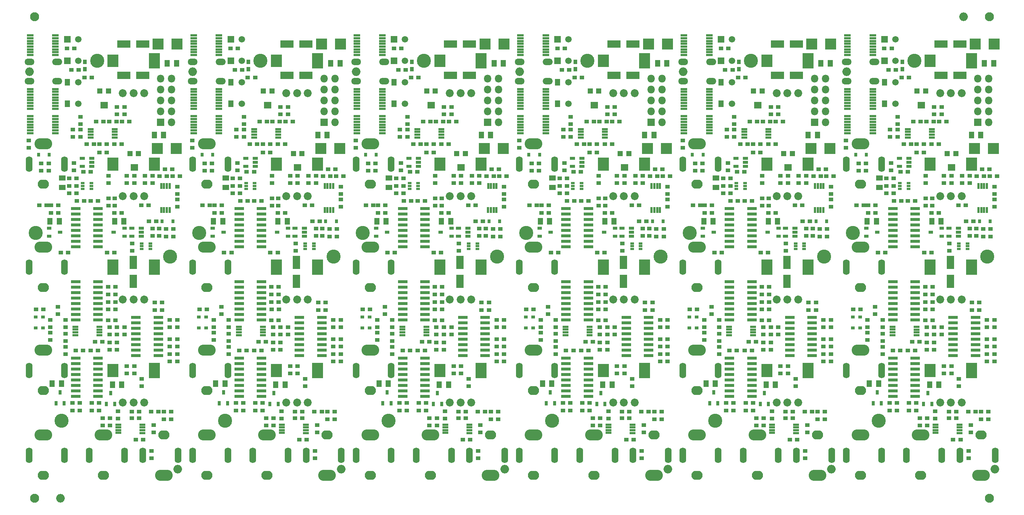
<source format=gbs>
G04 #@! TF.FileFunction,Soldermask,Bot*
%FSLAX46Y46*%
G04 Gerber Fmt 4.6, Leading zero omitted, Abs format (unit mm)*
G04 Created by KiCad (PCBNEW 4.0.2-stable) date 2019-06-26 1:43:45 PM*
%MOMM*%
G01*
G04 APERTURE LIST*
%ADD10C,0.200000*%
%ADD11R,1.000000X0.900000*%
%ADD12R,0.709600X0.862000*%
%ADD13R,0.500000X1.400480*%
%ADD14R,1.497000X1.243000*%
%ADD15R,1.160000X0.750000*%
%ADD16R,0.900000X0.600000*%
%ADD17R,0.801040X1.100760*%
%ADD18R,1.243000X1.497000*%
%ADD19R,2.299640X0.699440*%
%ADD20R,1.400480X0.500000*%
%ADD21R,1.100760X0.801040*%
%ADD22R,1.700200X3.099740*%
%ADD23R,0.862000X0.709600*%
%ADD24O,2.000000X2.000000*%
%ADD25R,2.497760X2.497760*%
%ADD26R,1.800000X1.800000*%
%ADD27O,1.800000X1.800000*%
%ADD28R,3.099740X1.700200*%
%ADD29R,1.700000X1.600000*%
%ADD30R,1.300000X1.300000*%
%ADD31R,0.900000X1.000000*%
%ADD32R,1.600000X0.550000*%
%ADD33R,1.550000X0.550000*%
%ADD34R,2.600000X3.600000*%
%ADD35R,2.600000X2.850000*%
%ADD36C,1.850000*%
%ADD37C,3.275000*%
%ADD38O,4.100000X2.600000*%
%ADD39O,2.600000X2.100000*%
%ADD40O,1.600000X3.600000*%
%ADD41R,2.600000X3.100000*%
%ADD42R,1.300000X1.500000*%
%ADD43C,1.500000*%
%ADD44R,1.500000X1.500000*%
%ADD45O,2.300000X1.500000*%
%ADD46O,2.350000X1.500000*%
%ADD47C,2.100000*%
G04 APERTURE END LIST*
D10*
D11*
X219240000Y-94100000D03*
X217540000Y-94100000D03*
X217540000Y-92350000D03*
X219240000Y-92350000D03*
D12*
X216645400Y-90600000D03*
X219134600Y-90600000D03*
D11*
X220140000Y-84200000D03*
X220140000Y-82500000D03*
D13*
X216434600Y-82406000D03*
X217069600Y-82406000D03*
X217730000Y-82406000D03*
X218365000Y-82406000D03*
X218365000Y-87994000D03*
X217717300Y-87994000D03*
X217069600Y-87994000D03*
X216421900Y-87994000D03*
D11*
X226040000Y-86850000D03*
X227740000Y-86850000D03*
X226540000Y-78850000D03*
X228240000Y-78850000D03*
X226540000Y-77100000D03*
X228240000Y-77100000D03*
X219040000Y-80100000D03*
X220740000Y-80100000D03*
X220140000Y-85500000D03*
X220140000Y-87200000D03*
D12*
X225895400Y-75100000D03*
X228384600Y-75100000D03*
D11*
X212640000Y-81700000D03*
X212640000Y-80000000D03*
X211790000Y-86850000D03*
X213490000Y-86850000D03*
X210140000Y-81700000D03*
X210140000Y-80000000D03*
X214390000Y-81700000D03*
X214390000Y-80000000D03*
X216040000Y-80100000D03*
X217740000Y-80100000D03*
X217250000Y-78450000D03*
X218950000Y-78450000D03*
X204140000Y-81700000D03*
X204140000Y-80000000D03*
X208390000Y-81700000D03*
X208390000Y-80000000D03*
X188040000Y-86850000D03*
X189740000Y-86850000D03*
X188540000Y-78850000D03*
X190240000Y-78850000D03*
D12*
X187895400Y-75100000D03*
X190384600Y-75100000D03*
D11*
X188540000Y-77100000D03*
X190240000Y-77100000D03*
D14*
X193390000Y-80520500D03*
X193390000Y-82679500D03*
D11*
X192490000Y-86850000D03*
X190790000Y-86850000D03*
X204140000Y-86950000D03*
X204140000Y-85250000D03*
X205640000Y-86950000D03*
X205640000Y-85250000D03*
X196790000Y-85850000D03*
X198490000Y-85850000D03*
X201740000Y-85850000D03*
X200040000Y-85850000D03*
X195040000Y-80600000D03*
X196740000Y-80600000D03*
X195040000Y-84100000D03*
X196740000Y-84100000D03*
X195040000Y-82350000D03*
X196740000Y-82350000D03*
X196140000Y-78700000D03*
X196140000Y-77000000D03*
D15*
X200240000Y-75900000D03*
X200240000Y-76850000D03*
X200240000Y-77800000D03*
X198040000Y-77800000D03*
X198040000Y-75900000D03*
D11*
X199990000Y-79100000D03*
X198290000Y-79100000D03*
D16*
X200140000Y-81700000D03*
X198140000Y-82350000D03*
X200140000Y-83000000D03*
X200140000Y-82350000D03*
X198140000Y-83000000D03*
X198140000Y-81700000D03*
D17*
X192890000Y-130330000D03*
X191937500Y-132870000D03*
X193842500Y-132870000D03*
D11*
X197490000Y-134600000D03*
X195790000Y-134600000D03*
D18*
X193219500Y-128350000D03*
X191060500Y-128350000D03*
D11*
X195790000Y-132850000D03*
X197490000Y-132850000D03*
X204040000Y-113600000D03*
X205740000Y-113600000D03*
X204390000Y-116950000D03*
X204390000Y-115250000D03*
X207890000Y-115250000D03*
X207890000Y-116950000D03*
X206140000Y-116950000D03*
X206140000Y-115250000D03*
X218390000Y-123200000D03*
X218390000Y-121500000D03*
X220140000Y-123200000D03*
X220140000Y-121500000D03*
X218390000Y-118000000D03*
X218390000Y-119700000D03*
D19*
X215738420Y-112905000D03*
X215738420Y-114175000D03*
X215738420Y-115445000D03*
X215738420Y-116715000D03*
X215738420Y-117985000D03*
X215738420Y-119255000D03*
X215738420Y-120525000D03*
X215738420Y-121795000D03*
X210541580Y-121795000D03*
X210541580Y-120525000D03*
X210541580Y-119255000D03*
X210541580Y-117985000D03*
X210541580Y-116715000D03*
X210541580Y-115445000D03*
X210541580Y-114175000D03*
X210541580Y-112905000D03*
D11*
X220140000Y-113500000D03*
X220140000Y-115200000D03*
X220140000Y-119700000D03*
X220140000Y-118000000D03*
X218390000Y-115200000D03*
X218390000Y-113500000D03*
X196540000Y-120600000D03*
X198240000Y-120600000D03*
D20*
X196446000Y-117055400D03*
X196446000Y-116420400D03*
X196446000Y-115760000D03*
X196446000Y-115125000D03*
X202034000Y-115125000D03*
X202034000Y-115772700D03*
X202034000Y-116420400D03*
X202034000Y-117068100D03*
D11*
X201740000Y-120600000D03*
X200040000Y-120600000D03*
X201040000Y-118600000D03*
X202740000Y-118600000D03*
X194140000Y-115200000D03*
X194140000Y-113500000D03*
X194140000Y-118450000D03*
X194140000Y-116750000D03*
X190640000Y-118200000D03*
X190640000Y-116500000D03*
X194140000Y-121450000D03*
X194140000Y-119750000D03*
X190640000Y-115200000D03*
X190640000Y-113500000D03*
D19*
X201738420Y-122405000D03*
X201738420Y-123675000D03*
X201738420Y-124945000D03*
X201738420Y-126215000D03*
X201738420Y-127485000D03*
X201738420Y-128755000D03*
X201738420Y-130025000D03*
X201738420Y-131295000D03*
X196541580Y-131295000D03*
X196541580Y-130025000D03*
X196541580Y-128755000D03*
X196541580Y-127485000D03*
X196541580Y-126215000D03*
X196541580Y-124945000D03*
X196541580Y-123675000D03*
X196541580Y-122405000D03*
D17*
X204640000Y-130580000D03*
X203687500Y-133120000D03*
X205592500Y-133120000D03*
D11*
X211890000Y-127250000D03*
X211890000Y-128950000D03*
D18*
X205060500Y-128600000D03*
X207219500Y-128600000D03*
D11*
X200290000Y-134600000D03*
X201990000Y-134600000D03*
X201990000Y-132850000D03*
X200290000Y-132850000D03*
X210140000Y-125950000D03*
X210140000Y-124250000D03*
X207240000Y-88600000D03*
X205540000Y-88600000D03*
D21*
X205370000Y-93100000D03*
X207910000Y-94052500D03*
X207910000Y-92147500D03*
D18*
X205560500Y-90600000D03*
X207719500Y-90600000D03*
D11*
X205490000Y-97850000D03*
X203790000Y-97850000D03*
X215890000Y-93950000D03*
X215890000Y-92250000D03*
X214390000Y-92250000D03*
X214390000Y-93950000D03*
X215240000Y-90600000D03*
X213540000Y-90600000D03*
D15*
X211740000Y-92150000D03*
X211740000Y-93100000D03*
X211740000Y-94050000D03*
X209540000Y-94050000D03*
X209540000Y-92150000D03*
D11*
X209640000Y-95750000D03*
X209640000Y-97450000D03*
D16*
X213890000Y-95700000D03*
X211890000Y-96350000D03*
X213890000Y-97000000D03*
X213890000Y-96350000D03*
X211890000Y-97000000D03*
X211890000Y-95700000D03*
D22*
X209890000Y-104549640D03*
X209890000Y-100150360D03*
D11*
X204050000Y-111050000D03*
X205750000Y-111050000D03*
D19*
X196541580Y-113545000D03*
X196541580Y-112275000D03*
X196541580Y-111005000D03*
X196541580Y-109735000D03*
X196541580Y-108465000D03*
X196541580Y-107195000D03*
X196541580Y-105925000D03*
X196541580Y-104655000D03*
X201738420Y-104655000D03*
X201738420Y-105925000D03*
X201738420Y-107195000D03*
X201738420Y-108465000D03*
X201738420Y-109735000D03*
X201738420Y-111005000D03*
X201738420Y-112275000D03*
X201738420Y-113545000D03*
D11*
X204040000Y-109350000D03*
X205740000Y-109350000D03*
X204040000Y-105850000D03*
X205740000Y-105850000D03*
X204040000Y-107600000D03*
X205740000Y-107600000D03*
D18*
X192719500Y-90600000D03*
X190560500Y-90600000D03*
D11*
X190790000Y-88600000D03*
X192490000Y-88600000D03*
D21*
X192910000Y-93100000D03*
X190370000Y-92147500D03*
X190370000Y-94052500D03*
D19*
X201738420Y-87655000D03*
X201738420Y-88925000D03*
X201738420Y-90195000D03*
X201738420Y-91465000D03*
X201738420Y-92735000D03*
X201738420Y-94005000D03*
X201738420Y-95275000D03*
X201738420Y-96545000D03*
X196541580Y-96545000D03*
X196541580Y-95275000D03*
X196541580Y-94005000D03*
X196541580Y-92735000D03*
X196541580Y-91465000D03*
X196541580Y-90195000D03*
X196541580Y-88925000D03*
X196541580Y-87655000D03*
D11*
X194740000Y-97850000D03*
X193040000Y-97850000D03*
D23*
X188890000Y-112855400D03*
X188890000Y-115344600D03*
D11*
X187290000Y-111100000D03*
X188990000Y-111100000D03*
D23*
X187190000Y-115344600D03*
X187190000Y-112855400D03*
D11*
X192390000Y-112200000D03*
X192390000Y-110500000D03*
X225290000Y-111100000D03*
X226990000Y-111100000D03*
D23*
X226890000Y-112855400D03*
X226890000Y-115344600D03*
D11*
X228640000Y-115200000D03*
X228640000Y-113500000D03*
X228640000Y-118200000D03*
X228640000Y-116500000D03*
D23*
X225190000Y-115344600D03*
X225190000Y-112855400D03*
D11*
X211240000Y-136350000D03*
X209540000Y-136350000D03*
X211240000Y-134850000D03*
X209540000Y-134850000D03*
X214640000Y-139700000D03*
X214640000Y-138000000D03*
D20*
X206446000Y-139805400D03*
X206446000Y-139170400D03*
X206446000Y-138510000D03*
X206446000Y-137875000D03*
X212034000Y-137875000D03*
X212034000Y-138522700D03*
X212034000Y-139170400D03*
X212034000Y-139818100D03*
D11*
X214890000Y-111200000D03*
X214890000Y-109500000D03*
X216640000Y-111200000D03*
X216640000Y-109500000D03*
X206140000Y-120450000D03*
X206140000Y-118750000D03*
X204390000Y-118750000D03*
X204390000Y-120450000D03*
X208390000Y-124250000D03*
X208390000Y-125950000D03*
X204490000Y-138100000D03*
X202790000Y-138100000D03*
X204490000Y-136350000D03*
X202790000Y-136350000D03*
X212240000Y-141350000D03*
X210540000Y-141350000D03*
X206390000Y-134750000D03*
X206390000Y-136450000D03*
X214140000Y-145700000D03*
X214140000Y-144000000D03*
X217040000Y-136600000D03*
X218740000Y-136600000D03*
D24*
X220250000Y-148250000D03*
D11*
X218740000Y-134850000D03*
X217040000Y-134850000D03*
X215740000Y-134850000D03*
X214040000Y-134850000D03*
D18*
X255810500Y-53850000D03*
X257969500Y-53850000D03*
X252820500Y-70550000D03*
X254979500Y-70550000D03*
D25*
X253500360Y-73650000D03*
X257899640Y-73650000D03*
D11*
X254040000Y-80100000D03*
X255740000Y-80100000D03*
X257040000Y-80100000D03*
X258740000Y-80100000D03*
D25*
X258089640Y-49350000D03*
X253690360Y-49350000D03*
D26*
X254300000Y-67550000D03*
D27*
X256840000Y-67550000D03*
X254300000Y-65010000D03*
X256840000Y-65010000D03*
X254300000Y-62470000D03*
X256840000Y-62470000D03*
X254300000Y-59930000D03*
X256840000Y-59930000D03*
X254300000Y-57390000D03*
X256840000Y-57390000D03*
D11*
X245290000Y-67350000D03*
X246990000Y-67350000D03*
D28*
X245690360Y-56600000D03*
X250089640Y-56600000D03*
D11*
X245890000Y-65700000D03*
X245890000Y-64000000D03*
D28*
X250089640Y-49350000D03*
X245690360Y-49350000D03*
D11*
X240990000Y-67350000D03*
X239290000Y-67350000D03*
D29*
X241140000Y-63550000D03*
D30*
X240140000Y-60300000D03*
X242140000Y-60300000D03*
D11*
X244140000Y-65700000D03*
X244140000Y-64000000D03*
X236540000Y-57100000D03*
X238240000Y-57100000D03*
D31*
X236700000Y-55200000D03*
X236700000Y-53500000D03*
D11*
X235240000Y-55350000D03*
X233540000Y-55350000D03*
X234240000Y-50350000D03*
X232540000Y-50350000D03*
D32*
X229840000Y-47325000D03*
X229840000Y-47975000D03*
X229840000Y-48625000D03*
X229840000Y-49275000D03*
X229840000Y-49925000D03*
X229840000Y-50575000D03*
X229840000Y-51225000D03*
X229840000Y-51875000D03*
X223940000Y-51875000D03*
X223940000Y-51225000D03*
X223940000Y-50575000D03*
X223940000Y-49925000D03*
X223940000Y-49275000D03*
X223940000Y-48625000D03*
X223940000Y-47975000D03*
X223940000Y-47325000D03*
D24*
X223750000Y-55750000D03*
D32*
X229840000Y-59825000D03*
X229840000Y-60475000D03*
X229840000Y-61125000D03*
X229840000Y-61775000D03*
X229840000Y-62425000D03*
X229840000Y-63075000D03*
X229840000Y-63725000D03*
X229840000Y-64375000D03*
X223940000Y-64375000D03*
X223940000Y-63725000D03*
X223940000Y-63075000D03*
X223940000Y-62425000D03*
X223940000Y-61775000D03*
X223940000Y-61125000D03*
X223940000Y-60475000D03*
X223940000Y-59825000D03*
D33*
X229840000Y-66150000D03*
X229840000Y-66800000D03*
X229840000Y-67450000D03*
X229840000Y-68100000D03*
X229840000Y-68750000D03*
X229840000Y-69400000D03*
X229840000Y-70050000D03*
X223940000Y-70050000D03*
X223940000Y-69400000D03*
X223940000Y-68750000D03*
X223940000Y-68100000D03*
X223940000Y-67450000D03*
X223940000Y-66800000D03*
X223940000Y-66150000D03*
D11*
X223640000Y-71750000D03*
X223640000Y-73450000D03*
X233890000Y-70950000D03*
X233890000Y-69250000D03*
X235640000Y-69250000D03*
X235640000Y-70950000D03*
D20*
X243584000Y-69144600D03*
X243584000Y-69779600D03*
X243584000Y-70440000D03*
X243584000Y-71075000D03*
X237996000Y-71075000D03*
X237996000Y-70427300D03*
X237996000Y-69779600D03*
X237996000Y-69131900D03*
D11*
X235640000Y-67950000D03*
X235640000Y-66250000D03*
X243990000Y-67350000D03*
X242290000Y-67350000D03*
X245240000Y-72600000D03*
X243540000Y-72600000D03*
X242050000Y-111050000D03*
X243750000Y-111050000D03*
X242040000Y-105850000D03*
X243740000Y-105850000D03*
X242040000Y-113600000D03*
X243740000Y-113600000D03*
X242040000Y-109350000D03*
X243740000Y-109350000D03*
D22*
X247890000Y-104549640D03*
X247890000Y-100150360D03*
D11*
X242040000Y-107600000D03*
X243740000Y-107600000D03*
X245890000Y-115250000D03*
X245890000Y-116950000D03*
X242390000Y-116950000D03*
X242390000Y-115250000D03*
X242390000Y-118750000D03*
X242390000Y-120450000D03*
X244140000Y-116950000D03*
X244140000Y-115250000D03*
X244140000Y-120450000D03*
X244140000Y-118750000D03*
X233790000Y-132850000D03*
X235490000Y-132850000D03*
D18*
X231219500Y-128350000D03*
X229060500Y-128350000D03*
D17*
X230890000Y-130330000D03*
X229937500Y-132870000D03*
X231842500Y-132870000D03*
D11*
X235490000Y-134600000D03*
X233790000Y-134600000D03*
X239990000Y-132850000D03*
X238290000Y-132850000D03*
X238290000Y-134600000D03*
X239990000Y-134600000D03*
D19*
X239738420Y-122405000D03*
X239738420Y-123675000D03*
X239738420Y-124945000D03*
X239738420Y-126215000D03*
X239738420Y-127485000D03*
X239738420Y-128755000D03*
X239738420Y-130025000D03*
X239738420Y-131295000D03*
X234541580Y-131295000D03*
X234541580Y-130025000D03*
X234541580Y-128755000D03*
X234541580Y-127485000D03*
X234541580Y-126215000D03*
X234541580Y-124945000D03*
X234541580Y-123675000D03*
X234541580Y-122405000D03*
D11*
X230390000Y-112200000D03*
X230390000Y-110500000D03*
D19*
X234541580Y-113545000D03*
X234541580Y-112275000D03*
X234541580Y-111005000D03*
X234541580Y-109735000D03*
X234541580Y-108465000D03*
X234541580Y-107195000D03*
X234541580Y-105925000D03*
X234541580Y-104655000D03*
X239738420Y-104655000D03*
X239738420Y-105925000D03*
X239738420Y-107195000D03*
X239738420Y-108465000D03*
X239738420Y-109735000D03*
X239738420Y-111005000D03*
X239738420Y-112275000D03*
X239738420Y-113545000D03*
D11*
X232140000Y-115200000D03*
X232140000Y-113500000D03*
X232140000Y-118450000D03*
X232140000Y-116750000D03*
X239040000Y-118600000D03*
X240740000Y-118600000D03*
X232140000Y-121450000D03*
X232140000Y-119750000D03*
X239740000Y-120600000D03*
X238040000Y-120600000D03*
D20*
X234446000Y-117055400D03*
X234446000Y-116420400D03*
X234446000Y-115760000D03*
X234446000Y-115125000D03*
X240034000Y-115125000D03*
X240034000Y-115772700D03*
X240034000Y-116420400D03*
X240034000Y-117068100D03*
D11*
X234540000Y-120600000D03*
X236240000Y-120600000D03*
X255250000Y-78450000D03*
X256950000Y-78450000D03*
X252390000Y-81700000D03*
X252390000Y-80000000D03*
X258140000Y-85500000D03*
X258140000Y-87200000D03*
X258140000Y-84200000D03*
X258140000Y-82500000D03*
D13*
X254434600Y-82406000D03*
X255069600Y-82406000D03*
X255730000Y-82406000D03*
X256365000Y-82406000D03*
X256365000Y-87994000D03*
X255717300Y-87994000D03*
X255069600Y-87994000D03*
X254421900Y-87994000D03*
D12*
X254645400Y-90600000D03*
X257134600Y-90600000D03*
D11*
X253240000Y-90600000D03*
X251540000Y-90600000D03*
X257240000Y-94100000D03*
X255540000Y-94100000D03*
X253890000Y-93950000D03*
X253890000Y-92250000D03*
X255540000Y-92350000D03*
X257240000Y-92350000D03*
X252390000Y-92250000D03*
X252390000Y-93950000D03*
X237040000Y-72600000D03*
X238740000Y-72600000D03*
X234140000Y-78700000D03*
X234140000Y-77000000D03*
D15*
X238240000Y-75900000D03*
X238240000Y-76850000D03*
X238240000Y-77800000D03*
X236040000Y-77800000D03*
X236040000Y-75900000D03*
D11*
X240040000Y-72600000D03*
X241740000Y-72600000D03*
X237990000Y-79100000D03*
X236290000Y-79100000D03*
X248140000Y-81700000D03*
X248140000Y-80000000D03*
X246390000Y-81700000D03*
X246390000Y-80000000D03*
X250640000Y-81700000D03*
X250640000Y-80000000D03*
X240040000Y-74600000D03*
X241740000Y-74600000D03*
D29*
X248140000Y-78050000D03*
D30*
X247140000Y-74800000D03*
X249140000Y-74800000D03*
D11*
X233040000Y-84100000D03*
X234740000Y-84100000D03*
X233040000Y-82350000D03*
X234740000Y-82350000D03*
D14*
X231390000Y-80520500D03*
X231390000Y-82679500D03*
D11*
X233040000Y-80600000D03*
X234740000Y-80600000D03*
X249790000Y-86850000D03*
X251490000Y-86850000D03*
D21*
X243370000Y-93100000D03*
X245910000Y-94052500D03*
X245910000Y-92147500D03*
D11*
X245240000Y-88600000D03*
X243540000Y-88600000D03*
D16*
X251890000Y-95700000D03*
X249890000Y-96350000D03*
X251890000Y-97000000D03*
X251890000Y-96350000D03*
X249890000Y-97000000D03*
X249890000Y-95700000D03*
D15*
X249740000Y-92150000D03*
X249740000Y-93100000D03*
X249740000Y-94050000D03*
X247540000Y-94050000D03*
X247540000Y-92150000D03*
D11*
X247640000Y-95750000D03*
X247640000Y-97450000D03*
D18*
X243560500Y-90600000D03*
X245719500Y-90600000D03*
D11*
X243490000Y-97850000D03*
X241790000Y-97850000D03*
X242140000Y-81700000D03*
X242140000Y-80000000D03*
X243640000Y-86950000D03*
X243640000Y-85250000D03*
X242140000Y-86950000D03*
X242140000Y-85250000D03*
X239740000Y-85850000D03*
X238040000Y-85850000D03*
D16*
X238140000Y-81700000D03*
X236140000Y-82350000D03*
X238140000Y-83000000D03*
X238140000Y-82350000D03*
X236140000Y-83000000D03*
X236140000Y-81700000D03*
D11*
X234790000Y-85850000D03*
X236490000Y-85850000D03*
D21*
X230910000Y-93100000D03*
X228370000Y-92147500D03*
X228370000Y-94052500D03*
D19*
X239738420Y-87655000D03*
X239738420Y-88925000D03*
X239738420Y-90195000D03*
X239738420Y-91465000D03*
X239738420Y-92735000D03*
X239738420Y-94005000D03*
X239738420Y-95275000D03*
X239738420Y-96545000D03*
X234541580Y-96545000D03*
X234541580Y-95275000D03*
X234541580Y-94005000D03*
X234541580Y-92735000D03*
X234541580Y-91465000D03*
X234541580Y-90195000D03*
X234541580Y-88925000D03*
X234541580Y-87655000D03*
D18*
X230719500Y-90600000D03*
X228560500Y-90600000D03*
D11*
X228790000Y-88600000D03*
X230490000Y-88600000D03*
X230490000Y-86850000D03*
X228790000Y-86850000D03*
X232740000Y-97850000D03*
X231040000Y-97850000D03*
X254640000Y-111200000D03*
X254640000Y-109500000D03*
D19*
X253738420Y-112905000D03*
X253738420Y-114175000D03*
X253738420Y-115445000D03*
X253738420Y-116715000D03*
X253738420Y-117985000D03*
X253738420Y-119255000D03*
X253738420Y-120525000D03*
X253738420Y-121795000D03*
X248541580Y-121795000D03*
X248541580Y-120525000D03*
X248541580Y-119255000D03*
X248541580Y-117985000D03*
X248541580Y-116715000D03*
X248541580Y-115445000D03*
X248541580Y-114175000D03*
X248541580Y-112905000D03*
D11*
X256390000Y-115200000D03*
X256390000Y-113500000D03*
X248140000Y-125950000D03*
X248140000Y-124250000D03*
X246390000Y-124250000D03*
X246390000Y-125950000D03*
X252890000Y-111200000D03*
X252890000Y-109500000D03*
X258140000Y-113500000D03*
X258140000Y-115200000D03*
X244390000Y-134750000D03*
X244390000Y-136450000D03*
X242490000Y-136350000D03*
X240790000Y-136350000D03*
D18*
X243060500Y-128600000D03*
X245219500Y-128600000D03*
D17*
X242640000Y-130580000D03*
X241687500Y-133120000D03*
X243592500Y-133120000D03*
D11*
X258140000Y-123200000D03*
X258140000Y-121500000D03*
X256390000Y-118000000D03*
X256390000Y-119700000D03*
X258140000Y-119700000D03*
X258140000Y-118000000D03*
X256390000Y-123200000D03*
X256390000Y-121500000D03*
X249890000Y-127250000D03*
X249890000Y-128950000D03*
X242490000Y-138100000D03*
X240790000Y-138100000D03*
X252640000Y-139700000D03*
X252640000Y-138000000D03*
D24*
X258250000Y-148250000D03*
D11*
X252140000Y-145700000D03*
X252140000Y-144000000D03*
D20*
X244446000Y-139805400D03*
X244446000Y-139170400D03*
X244446000Y-138510000D03*
X244446000Y-137875000D03*
X250034000Y-137875000D03*
X250034000Y-138522700D03*
X250034000Y-139170400D03*
X250034000Y-139818100D03*
D11*
X250240000Y-141350000D03*
X248540000Y-141350000D03*
X249240000Y-136350000D03*
X247540000Y-136350000D03*
X249240000Y-134850000D03*
X247540000Y-134850000D03*
X253740000Y-134850000D03*
X252040000Y-134850000D03*
X256740000Y-134850000D03*
X255040000Y-134850000D03*
X255040000Y-136600000D03*
X256740000Y-136600000D03*
D25*
X220089640Y-49350000D03*
X215690360Y-49350000D03*
D11*
X207890000Y-65700000D03*
X207890000Y-64000000D03*
D28*
X207690360Y-56600000D03*
X212089640Y-56600000D03*
D11*
X207290000Y-67350000D03*
X208990000Y-67350000D03*
D28*
X212089640Y-49350000D03*
X207690360Y-49350000D03*
D18*
X217810500Y-53850000D03*
X219969500Y-53850000D03*
D25*
X215500360Y-73650000D03*
X219899640Y-73650000D03*
D26*
X216300000Y-67550000D03*
D27*
X218840000Y-67550000D03*
X216300000Y-65010000D03*
X218840000Y-65010000D03*
X216300000Y-62470000D03*
X218840000Y-62470000D03*
X216300000Y-59930000D03*
X218840000Y-59930000D03*
X216300000Y-57390000D03*
X218840000Y-57390000D03*
D18*
X214820500Y-70550000D03*
X216979500Y-70550000D03*
D29*
X210140000Y-78050000D03*
D30*
X209140000Y-74800000D03*
X211140000Y-74800000D03*
D11*
X207240000Y-72600000D03*
X205540000Y-72600000D03*
X202040000Y-74600000D03*
X203740000Y-74600000D03*
X199040000Y-72600000D03*
X200740000Y-72600000D03*
X202040000Y-72600000D03*
X203740000Y-72600000D03*
D31*
X198700000Y-55200000D03*
X198700000Y-53500000D03*
D24*
X185750000Y-55750000D03*
D32*
X191840000Y-47325000D03*
X191840000Y-47975000D03*
X191840000Y-48625000D03*
X191840000Y-49275000D03*
X191840000Y-49925000D03*
X191840000Y-50575000D03*
X191840000Y-51225000D03*
X191840000Y-51875000D03*
X185940000Y-51875000D03*
X185940000Y-51225000D03*
X185940000Y-50575000D03*
X185940000Y-49925000D03*
X185940000Y-49275000D03*
X185940000Y-48625000D03*
X185940000Y-47975000D03*
X185940000Y-47325000D03*
D11*
X196240000Y-50350000D03*
X194540000Y-50350000D03*
X197240000Y-55350000D03*
X195540000Y-55350000D03*
D32*
X191840000Y-59825000D03*
X191840000Y-60475000D03*
X191840000Y-61125000D03*
X191840000Y-61775000D03*
X191840000Y-62425000D03*
X191840000Y-63075000D03*
X191840000Y-63725000D03*
X191840000Y-64375000D03*
X185940000Y-64375000D03*
X185940000Y-63725000D03*
X185940000Y-63075000D03*
X185940000Y-62425000D03*
X185940000Y-61775000D03*
X185940000Y-61125000D03*
X185940000Y-60475000D03*
X185940000Y-59825000D03*
D33*
X191840000Y-66150000D03*
X191840000Y-66800000D03*
X191840000Y-67450000D03*
X191840000Y-68100000D03*
X191840000Y-68750000D03*
X191840000Y-69400000D03*
X191840000Y-70050000D03*
X185940000Y-70050000D03*
X185940000Y-69400000D03*
X185940000Y-68750000D03*
X185940000Y-68100000D03*
X185940000Y-67450000D03*
X185940000Y-66800000D03*
X185940000Y-66150000D03*
D11*
X197640000Y-67950000D03*
X197640000Y-66250000D03*
X195890000Y-70950000D03*
X195890000Y-69250000D03*
X185640000Y-71750000D03*
X185640000Y-73450000D03*
X197640000Y-69250000D03*
X197640000Y-70950000D03*
X198540000Y-57100000D03*
X200240000Y-57100000D03*
X206140000Y-65700000D03*
X206140000Y-64000000D03*
D29*
X203140000Y-63550000D03*
D30*
X202140000Y-60300000D03*
X204140000Y-60300000D03*
D11*
X205990000Y-67350000D03*
X204290000Y-67350000D03*
D20*
X205584000Y-69144600D03*
X205584000Y-69779600D03*
X205584000Y-70440000D03*
X205584000Y-71075000D03*
X199996000Y-71075000D03*
X199996000Y-70427300D03*
X199996000Y-69779600D03*
X199996000Y-69131900D03*
D11*
X202990000Y-67350000D03*
X201290000Y-67350000D03*
D34*
X252800000Y-53250000D03*
D35*
X243200000Y-53250000D03*
D36*
X250500000Y-60750000D03*
X248000000Y-60750000D03*
X245500000Y-60750000D03*
D37*
X256500000Y-98750000D03*
D38*
X255000000Y-149700000D03*
D39*
X255000000Y-140300000D03*
D40*
X250100000Y-145000000D03*
X258300000Y-145000000D03*
D34*
X252800000Y-125250000D03*
D41*
X243200000Y-125250000D03*
D36*
X250500000Y-132750000D03*
X248000000Y-132750000D03*
X245500000Y-132750000D03*
D38*
X241000000Y-140300000D03*
D39*
X241000000Y-149700000D03*
D40*
X245900000Y-145000000D03*
X237700000Y-145000000D03*
D37*
X201500000Y-53250000D03*
D34*
X214800000Y-53250000D03*
D35*
X205200000Y-53250000D03*
D36*
X212500000Y-60750000D03*
X210000000Y-60750000D03*
X207500000Y-60750000D03*
D42*
X194580000Y-58250000D03*
D43*
X197120000Y-58250000D03*
D44*
X194580000Y-48250000D03*
D43*
X197120000Y-48250000D03*
D44*
X194580000Y-53250000D03*
D43*
X197120000Y-53250000D03*
D45*
X185750000Y-53500000D03*
X185750000Y-58000000D03*
D46*
X192250000Y-53500000D03*
X192250000Y-58000000D03*
D38*
X189000000Y-120550000D03*
D39*
X189000000Y-129950000D03*
D40*
X193900000Y-125250000D03*
X185700000Y-125250000D03*
D37*
X193250000Y-137000000D03*
D38*
X189000000Y-140300000D03*
D39*
X189000000Y-149700000D03*
D40*
X193900000Y-145000000D03*
X185700000Y-145000000D03*
D38*
X203000000Y-140300000D03*
D39*
X203000000Y-149700000D03*
D40*
X207900000Y-145000000D03*
X199700000Y-145000000D03*
D38*
X227000000Y-72550000D03*
D39*
X227000000Y-81950000D03*
D40*
X231900000Y-77250000D03*
X223700000Y-77250000D03*
D34*
X252800000Y-101250000D03*
X243200000Y-101250000D03*
D36*
X250500000Y-108750000D03*
X248000000Y-108750000D03*
X245500000Y-108750000D03*
D42*
X232580000Y-63250000D03*
D43*
X235120000Y-63250000D03*
D38*
X227000000Y-96550000D03*
D39*
X227000000Y-105950000D03*
D40*
X231900000Y-101250000D03*
X223700000Y-101250000D03*
D37*
X225250000Y-93250000D03*
D41*
X252800000Y-77250000D03*
X243200000Y-77250000D03*
D36*
X250500000Y-84750000D03*
X248000000Y-84750000D03*
X245500000Y-84750000D03*
D45*
X223750000Y-53500000D03*
X223750000Y-58000000D03*
D46*
X230250000Y-53500000D03*
X230250000Y-58000000D03*
D44*
X232580000Y-48250000D03*
D43*
X235120000Y-48250000D03*
D42*
X232580000Y-58250000D03*
D43*
X235120000Y-58250000D03*
D37*
X239500000Y-53250000D03*
D44*
X232580000Y-53250000D03*
D43*
X235120000Y-53250000D03*
D37*
X231250000Y-137000000D03*
D38*
X227000000Y-140300000D03*
D39*
X227000000Y-149700000D03*
D40*
X231900000Y-145000000D03*
X223700000Y-145000000D03*
D34*
X214800000Y-125250000D03*
D41*
X205200000Y-125250000D03*
D36*
X212500000Y-132750000D03*
X210000000Y-132750000D03*
X207500000Y-132750000D03*
D38*
X217000000Y-149700000D03*
D39*
X217000000Y-140300000D03*
D40*
X212100000Y-145000000D03*
X220300000Y-145000000D03*
D38*
X227000000Y-120550000D03*
D39*
X227000000Y-129950000D03*
D40*
X231900000Y-125250000D03*
X223700000Y-125250000D03*
D41*
X214800000Y-77250000D03*
X205200000Y-77250000D03*
D36*
X212500000Y-84750000D03*
X210000000Y-84750000D03*
X207500000Y-84750000D03*
D38*
X189000000Y-96550000D03*
D39*
X189000000Y-105950000D03*
D40*
X193900000Y-101250000D03*
X185700000Y-101250000D03*
D34*
X214800000Y-101250000D03*
X205200000Y-101250000D03*
D36*
X212500000Y-108750000D03*
X210000000Y-108750000D03*
X207500000Y-108750000D03*
D42*
X194580000Y-63250000D03*
D43*
X197120000Y-63250000D03*
D37*
X187250000Y-93250000D03*
X218500000Y-98750000D03*
D38*
X189000000Y-72550000D03*
D39*
X189000000Y-81950000D03*
D40*
X193900000Y-77250000D03*
X185700000Y-77250000D03*
D11*
X143240000Y-94100000D03*
X141540000Y-94100000D03*
X141540000Y-92350000D03*
X143240000Y-92350000D03*
D12*
X140645400Y-90600000D03*
X143134600Y-90600000D03*
D11*
X144140000Y-84200000D03*
X144140000Y-82500000D03*
D13*
X140434600Y-82406000D03*
X141069600Y-82406000D03*
X141730000Y-82406000D03*
X142365000Y-82406000D03*
X142365000Y-87994000D03*
X141717300Y-87994000D03*
X141069600Y-87994000D03*
X140421900Y-87994000D03*
D11*
X150040000Y-86850000D03*
X151740000Y-86850000D03*
X150540000Y-78850000D03*
X152240000Y-78850000D03*
X150540000Y-77100000D03*
X152240000Y-77100000D03*
X143040000Y-80100000D03*
X144740000Y-80100000D03*
X144140000Y-85500000D03*
X144140000Y-87200000D03*
D12*
X149895400Y-75100000D03*
X152384600Y-75100000D03*
D11*
X136640000Y-81700000D03*
X136640000Y-80000000D03*
X135790000Y-86850000D03*
X137490000Y-86850000D03*
X134140000Y-81700000D03*
X134140000Y-80000000D03*
X138390000Y-81700000D03*
X138390000Y-80000000D03*
X140040000Y-80100000D03*
X141740000Y-80100000D03*
X141250000Y-78450000D03*
X142950000Y-78450000D03*
X128140000Y-81700000D03*
X128140000Y-80000000D03*
X132390000Y-81700000D03*
X132390000Y-80000000D03*
X112040000Y-86850000D03*
X113740000Y-86850000D03*
X112540000Y-78850000D03*
X114240000Y-78850000D03*
D12*
X111895400Y-75100000D03*
X114384600Y-75100000D03*
D11*
X112540000Y-77100000D03*
X114240000Y-77100000D03*
D14*
X117390000Y-80520500D03*
X117390000Y-82679500D03*
D11*
X116490000Y-86850000D03*
X114790000Y-86850000D03*
X128140000Y-86950000D03*
X128140000Y-85250000D03*
X129640000Y-86950000D03*
X129640000Y-85250000D03*
X120790000Y-85850000D03*
X122490000Y-85850000D03*
X125740000Y-85850000D03*
X124040000Y-85850000D03*
X119040000Y-80600000D03*
X120740000Y-80600000D03*
X119040000Y-84100000D03*
X120740000Y-84100000D03*
X119040000Y-82350000D03*
X120740000Y-82350000D03*
X120140000Y-78700000D03*
X120140000Y-77000000D03*
D15*
X124240000Y-75900000D03*
X124240000Y-76850000D03*
X124240000Y-77800000D03*
X122040000Y-77800000D03*
X122040000Y-75900000D03*
D11*
X123990000Y-79100000D03*
X122290000Y-79100000D03*
D16*
X124140000Y-81700000D03*
X122140000Y-82350000D03*
X124140000Y-83000000D03*
X124140000Y-82350000D03*
X122140000Y-83000000D03*
X122140000Y-81700000D03*
D17*
X116890000Y-130330000D03*
X115937500Y-132870000D03*
X117842500Y-132870000D03*
D11*
X121490000Y-134600000D03*
X119790000Y-134600000D03*
D18*
X117219500Y-128350000D03*
X115060500Y-128350000D03*
D11*
X119790000Y-132850000D03*
X121490000Y-132850000D03*
X128040000Y-113600000D03*
X129740000Y-113600000D03*
X128390000Y-116950000D03*
X128390000Y-115250000D03*
X131890000Y-115250000D03*
X131890000Y-116950000D03*
X130140000Y-116950000D03*
X130140000Y-115250000D03*
X142390000Y-123200000D03*
X142390000Y-121500000D03*
X144140000Y-123200000D03*
X144140000Y-121500000D03*
X142390000Y-118000000D03*
X142390000Y-119700000D03*
D19*
X139738420Y-112905000D03*
X139738420Y-114175000D03*
X139738420Y-115445000D03*
X139738420Y-116715000D03*
X139738420Y-117985000D03*
X139738420Y-119255000D03*
X139738420Y-120525000D03*
X139738420Y-121795000D03*
X134541580Y-121795000D03*
X134541580Y-120525000D03*
X134541580Y-119255000D03*
X134541580Y-117985000D03*
X134541580Y-116715000D03*
X134541580Y-115445000D03*
X134541580Y-114175000D03*
X134541580Y-112905000D03*
D11*
X144140000Y-113500000D03*
X144140000Y-115200000D03*
X144140000Y-119700000D03*
X144140000Y-118000000D03*
X142390000Y-115200000D03*
X142390000Y-113500000D03*
X120540000Y-120600000D03*
X122240000Y-120600000D03*
D20*
X120446000Y-117055400D03*
X120446000Y-116420400D03*
X120446000Y-115760000D03*
X120446000Y-115125000D03*
X126034000Y-115125000D03*
X126034000Y-115772700D03*
X126034000Y-116420400D03*
X126034000Y-117068100D03*
D11*
X125740000Y-120600000D03*
X124040000Y-120600000D03*
X125040000Y-118600000D03*
X126740000Y-118600000D03*
X118140000Y-115200000D03*
X118140000Y-113500000D03*
X118140000Y-118450000D03*
X118140000Y-116750000D03*
X114640000Y-118200000D03*
X114640000Y-116500000D03*
X118140000Y-121450000D03*
X118140000Y-119750000D03*
X114640000Y-115200000D03*
X114640000Y-113500000D03*
D19*
X125738420Y-122405000D03*
X125738420Y-123675000D03*
X125738420Y-124945000D03*
X125738420Y-126215000D03*
X125738420Y-127485000D03*
X125738420Y-128755000D03*
X125738420Y-130025000D03*
X125738420Y-131295000D03*
X120541580Y-131295000D03*
X120541580Y-130025000D03*
X120541580Y-128755000D03*
X120541580Y-127485000D03*
X120541580Y-126215000D03*
X120541580Y-124945000D03*
X120541580Y-123675000D03*
X120541580Y-122405000D03*
D17*
X128640000Y-130580000D03*
X127687500Y-133120000D03*
X129592500Y-133120000D03*
D11*
X135890000Y-127250000D03*
X135890000Y-128950000D03*
D18*
X129060500Y-128600000D03*
X131219500Y-128600000D03*
D11*
X124290000Y-134600000D03*
X125990000Y-134600000D03*
X125990000Y-132850000D03*
X124290000Y-132850000D03*
X134140000Y-125950000D03*
X134140000Y-124250000D03*
X131240000Y-88600000D03*
X129540000Y-88600000D03*
D21*
X129370000Y-93100000D03*
X131910000Y-94052500D03*
X131910000Y-92147500D03*
D18*
X129560500Y-90600000D03*
X131719500Y-90600000D03*
D11*
X129490000Y-97850000D03*
X127790000Y-97850000D03*
X139890000Y-93950000D03*
X139890000Y-92250000D03*
X138390000Y-92250000D03*
X138390000Y-93950000D03*
X139240000Y-90600000D03*
X137540000Y-90600000D03*
D15*
X135740000Y-92150000D03*
X135740000Y-93100000D03*
X135740000Y-94050000D03*
X133540000Y-94050000D03*
X133540000Y-92150000D03*
D11*
X133640000Y-95750000D03*
X133640000Y-97450000D03*
D16*
X137890000Y-95700000D03*
X135890000Y-96350000D03*
X137890000Y-97000000D03*
X137890000Y-96350000D03*
X135890000Y-97000000D03*
X135890000Y-95700000D03*
D22*
X133890000Y-104549640D03*
X133890000Y-100150360D03*
D11*
X128050000Y-111050000D03*
X129750000Y-111050000D03*
D19*
X120541580Y-113545000D03*
X120541580Y-112275000D03*
X120541580Y-111005000D03*
X120541580Y-109735000D03*
X120541580Y-108465000D03*
X120541580Y-107195000D03*
X120541580Y-105925000D03*
X120541580Y-104655000D03*
X125738420Y-104655000D03*
X125738420Y-105925000D03*
X125738420Y-107195000D03*
X125738420Y-108465000D03*
X125738420Y-109735000D03*
X125738420Y-111005000D03*
X125738420Y-112275000D03*
X125738420Y-113545000D03*
D11*
X128040000Y-109350000D03*
X129740000Y-109350000D03*
X128040000Y-105850000D03*
X129740000Y-105850000D03*
X128040000Y-107600000D03*
X129740000Y-107600000D03*
D18*
X116719500Y-90600000D03*
X114560500Y-90600000D03*
D11*
X114790000Y-88600000D03*
X116490000Y-88600000D03*
D21*
X116910000Y-93100000D03*
X114370000Y-92147500D03*
X114370000Y-94052500D03*
D19*
X125738420Y-87655000D03*
X125738420Y-88925000D03*
X125738420Y-90195000D03*
X125738420Y-91465000D03*
X125738420Y-92735000D03*
X125738420Y-94005000D03*
X125738420Y-95275000D03*
X125738420Y-96545000D03*
X120541580Y-96545000D03*
X120541580Y-95275000D03*
X120541580Y-94005000D03*
X120541580Y-92735000D03*
X120541580Y-91465000D03*
X120541580Y-90195000D03*
X120541580Y-88925000D03*
X120541580Y-87655000D03*
D11*
X118740000Y-97850000D03*
X117040000Y-97850000D03*
D23*
X112890000Y-112855400D03*
X112890000Y-115344600D03*
D11*
X111290000Y-111100000D03*
X112990000Y-111100000D03*
D23*
X111190000Y-115344600D03*
X111190000Y-112855400D03*
D11*
X116390000Y-112200000D03*
X116390000Y-110500000D03*
X149290000Y-111100000D03*
X150990000Y-111100000D03*
D23*
X150890000Y-112855400D03*
X150890000Y-115344600D03*
D11*
X152640000Y-115200000D03*
X152640000Y-113500000D03*
X152640000Y-118200000D03*
X152640000Y-116500000D03*
D23*
X149190000Y-115344600D03*
X149190000Y-112855400D03*
D11*
X135240000Y-136350000D03*
X133540000Y-136350000D03*
X135240000Y-134850000D03*
X133540000Y-134850000D03*
X138640000Y-139700000D03*
X138640000Y-138000000D03*
D20*
X130446000Y-139805400D03*
X130446000Y-139170400D03*
X130446000Y-138510000D03*
X130446000Y-137875000D03*
X136034000Y-137875000D03*
X136034000Y-138522700D03*
X136034000Y-139170400D03*
X136034000Y-139818100D03*
D11*
X138890000Y-111200000D03*
X138890000Y-109500000D03*
X140640000Y-111200000D03*
X140640000Y-109500000D03*
X130140000Y-120450000D03*
X130140000Y-118750000D03*
X128390000Y-118750000D03*
X128390000Y-120450000D03*
X132390000Y-124250000D03*
X132390000Y-125950000D03*
X128490000Y-138100000D03*
X126790000Y-138100000D03*
X128490000Y-136350000D03*
X126790000Y-136350000D03*
X136240000Y-141350000D03*
X134540000Y-141350000D03*
X130390000Y-134750000D03*
X130390000Y-136450000D03*
X138140000Y-145700000D03*
X138140000Y-144000000D03*
X141040000Y-136600000D03*
X142740000Y-136600000D03*
D24*
X144250000Y-148250000D03*
D11*
X142740000Y-134850000D03*
X141040000Y-134850000D03*
X139740000Y-134850000D03*
X138040000Y-134850000D03*
D18*
X179810500Y-53850000D03*
X181969500Y-53850000D03*
X176820500Y-70550000D03*
X178979500Y-70550000D03*
D25*
X177500360Y-73650000D03*
X181899640Y-73650000D03*
D11*
X178040000Y-80100000D03*
X179740000Y-80100000D03*
X181040000Y-80100000D03*
X182740000Y-80100000D03*
D25*
X182089640Y-49350000D03*
X177690360Y-49350000D03*
D26*
X178300000Y-67550000D03*
D27*
X180840000Y-67550000D03*
X178300000Y-65010000D03*
X180840000Y-65010000D03*
X178300000Y-62470000D03*
X180840000Y-62470000D03*
X178300000Y-59930000D03*
X180840000Y-59930000D03*
X178300000Y-57390000D03*
X180840000Y-57390000D03*
D11*
X169290000Y-67350000D03*
X170990000Y-67350000D03*
D28*
X169690360Y-56600000D03*
X174089640Y-56600000D03*
D11*
X169890000Y-65700000D03*
X169890000Y-64000000D03*
D28*
X174089640Y-49350000D03*
X169690360Y-49350000D03*
D11*
X164990000Y-67350000D03*
X163290000Y-67350000D03*
D29*
X165140000Y-63550000D03*
D30*
X164140000Y-60300000D03*
X166140000Y-60300000D03*
D11*
X168140000Y-65700000D03*
X168140000Y-64000000D03*
X160540000Y-57100000D03*
X162240000Y-57100000D03*
D31*
X160700000Y-55200000D03*
X160700000Y-53500000D03*
D11*
X159240000Y-55350000D03*
X157540000Y-55350000D03*
X158240000Y-50350000D03*
X156540000Y-50350000D03*
D32*
X153840000Y-47325000D03*
X153840000Y-47975000D03*
X153840000Y-48625000D03*
X153840000Y-49275000D03*
X153840000Y-49925000D03*
X153840000Y-50575000D03*
X153840000Y-51225000D03*
X153840000Y-51875000D03*
X147940000Y-51875000D03*
X147940000Y-51225000D03*
X147940000Y-50575000D03*
X147940000Y-49925000D03*
X147940000Y-49275000D03*
X147940000Y-48625000D03*
X147940000Y-47975000D03*
X147940000Y-47325000D03*
D24*
X147750000Y-55750000D03*
D32*
X153840000Y-59825000D03*
X153840000Y-60475000D03*
X153840000Y-61125000D03*
X153840000Y-61775000D03*
X153840000Y-62425000D03*
X153840000Y-63075000D03*
X153840000Y-63725000D03*
X153840000Y-64375000D03*
X147940000Y-64375000D03*
X147940000Y-63725000D03*
X147940000Y-63075000D03*
X147940000Y-62425000D03*
X147940000Y-61775000D03*
X147940000Y-61125000D03*
X147940000Y-60475000D03*
X147940000Y-59825000D03*
D33*
X153840000Y-66150000D03*
X153840000Y-66800000D03*
X153840000Y-67450000D03*
X153840000Y-68100000D03*
X153840000Y-68750000D03*
X153840000Y-69400000D03*
X153840000Y-70050000D03*
X147940000Y-70050000D03*
X147940000Y-69400000D03*
X147940000Y-68750000D03*
X147940000Y-68100000D03*
X147940000Y-67450000D03*
X147940000Y-66800000D03*
X147940000Y-66150000D03*
D11*
X147640000Y-71750000D03*
X147640000Y-73450000D03*
X157890000Y-70950000D03*
X157890000Y-69250000D03*
X159640000Y-69250000D03*
X159640000Y-70950000D03*
D20*
X167584000Y-69144600D03*
X167584000Y-69779600D03*
X167584000Y-70440000D03*
X167584000Y-71075000D03*
X161996000Y-71075000D03*
X161996000Y-70427300D03*
X161996000Y-69779600D03*
X161996000Y-69131900D03*
D11*
X159640000Y-67950000D03*
X159640000Y-66250000D03*
X167990000Y-67350000D03*
X166290000Y-67350000D03*
X169240000Y-72600000D03*
X167540000Y-72600000D03*
X166050000Y-111050000D03*
X167750000Y-111050000D03*
X166040000Y-105850000D03*
X167740000Y-105850000D03*
X166040000Y-113600000D03*
X167740000Y-113600000D03*
X166040000Y-109350000D03*
X167740000Y-109350000D03*
D22*
X171890000Y-104549640D03*
X171890000Y-100150360D03*
D11*
X166040000Y-107600000D03*
X167740000Y-107600000D03*
X169890000Y-115250000D03*
X169890000Y-116950000D03*
X166390000Y-116950000D03*
X166390000Y-115250000D03*
X166390000Y-118750000D03*
X166390000Y-120450000D03*
X168140000Y-116950000D03*
X168140000Y-115250000D03*
X168140000Y-120450000D03*
X168140000Y-118750000D03*
X157790000Y-132850000D03*
X159490000Y-132850000D03*
D18*
X155219500Y-128350000D03*
X153060500Y-128350000D03*
D17*
X154890000Y-130330000D03*
X153937500Y-132870000D03*
X155842500Y-132870000D03*
D11*
X159490000Y-134600000D03*
X157790000Y-134600000D03*
X163990000Y-132850000D03*
X162290000Y-132850000D03*
X162290000Y-134600000D03*
X163990000Y-134600000D03*
D19*
X163738420Y-122405000D03*
X163738420Y-123675000D03*
X163738420Y-124945000D03*
X163738420Y-126215000D03*
X163738420Y-127485000D03*
X163738420Y-128755000D03*
X163738420Y-130025000D03*
X163738420Y-131295000D03*
X158541580Y-131295000D03*
X158541580Y-130025000D03*
X158541580Y-128755000D03*
X158541580Y-127485000D03*
X158541580Y-126215000D03*
X158541580Y-124945000D03*
X158541580Y-123675000D03*
X158541580Y-122405000D03*
D11*
X154390000Y-112200000D03*
X154390000Y-110500000D03*
D19*
X158541580Y-113545000D03*
X158541580Y-112275000D03*
X158541580Y-111005000D03*
X158541580Y-109735000D03*
X158541580Y-108465000D03*
X158541580Y-107195000D03*
X158541580Y-105925000D03*
X158541580Y-104655000D03*
X163738420Y-104655000D03*
X163738420Y-105925000D03*
X163738420Y-107195000D03*
X163738420Y-108465000D03*
X163738420Y-109735000D03*
X163738420Y-111005000D03*
X163738420Y-112275000D03*
X163738420Y-113545000D03*
D11*
X156140000Y-115200000D03*
X156140000Y-113500000D03*
X156140000Y-118450000D03*
X156140000Y-116750000D03*
X163040000Y-118600000D03*
X164740000Y-118600000D03*
X156140000Y-121450000D03*
X156140000Y-119750000D03*
X163740000Y-120600000D03*
X162040000Y-120600000D03*
D20*
X158446000Y-117055400D03*
X158446000Y-116420400D03*
X158446000Y-115760000D03*
X158446000Y-115125000D03*
X164034000Y-115125000D03*
X164034000Y-115772700D03*
X164034000Y-116420400D03*
X164034000Y-117068100D03*
D11*
X158540000Y-120600000D03*
X160240000Y-120600000D03*
X179250000Y-78450000D03*
X180950000Y-78450000D03*
X176390000Y-81700000D03*
X176390000Y-80000000D03*
X182140000Y-85500000D03*
X182140000Y-87200000D03*
X182140000Y-84200000D03*
X182140000Y-82500000D03*
D13*
X178434600Y-82406000D03*
X179069600Y-82406000D03*
X179730000Y-82406000D03*
X180365000Y-82406000D03*
X180365000Y-87994000D03*
X179717300Y-87994000D03*
X179069600Y-87994000D03*
X178421900Y-87994000D03*
D12*
X178645400Y-90600000D03*
X181134600Y-90600000D03*
D11*
X177240000Y-90600000D03*
X175540000Y-90600000D03*
X181240000Y-94100000D03*
X179540000Y-94100000D03*
X177890000Y-93950000D03*
X177890000Y-92250000D03*
X179540000Y-92350000D03*
X181240000Y-92350000D03*
X176390000Y-92250000D03*
X176390000Y-93950000D03*
X161040000Y-72600000D03*
X162740000Y-72600000D03*
X158140000Y-78700000D03*
X158140000Y-77000000D03*
D15*
X162240000Y-75900000D03*
X162240000Y-76850000D03*
X162240000Y-77800000D03*
X160040000Y-77800000D03*
X160040000Y-75900000D03*
D11*
X164040000Y-72600000D03*
X165740000Y-72600000D03*
X161990000Y-79100000D03*
X160290000Y-79100000D03*
X172140000Y-81700000D03*
X172140000Y-80000000D03*
X170390000Y-81700000D03*
X170390000Y-80000000D03*
X174640000Y-81700000D03*
X174640000Y-80000000D03*
X164040000Y-74600000D03*
X165740000Y-74600000D03*
D29*
X172140000Y-78050000D03*
D30*
X171140000Y-74800000D03*
X173140000Y-74800000D03*
D11*
X157040000Y-84100000D03*
X158740000Y-84100000D03*
X157040000Y-82350000D03*
X158740000Y-82350000D03*
D14*
X155390000Y-80520500D03*
X155390000Y-82679500D03*
D11*
X157040000Y-80600000D03*
X158740000Y-80600000D03*
X173790000Y-86850000D03*
X175490000Y-86850000D03*
D21*
X167370000Y-93100000D03*
X169910000Y-94052500D03*
X169910000Y-92147500D03*
D11*
X169240000Y-88600000D03*
X167540000Y-88600000D03*
D16*
X175890000Y-95700000D03*
X173890000Y-96350000D03*
X175890000Y-97000000D03*
X175890000Y-96350000D03*
X173890000Y-97000000D03*
X173890000Y-95700000D03*
D15*
X173740000Y-92150000D03*
X173740000Y-93100000D03*
X173740000Y-94050000D03*
X171540000Y-94050000D03*
X171540000Y-92150000D03*
D11*
X171640000Y-95750000D03*
X171640000Y-97450000D03*
D18*
X167560500Y-90600000D03*
X169719500Y-90600000D03*
D11*
X167490000Y-97850000D03*
X165790000Y-97850000D03*
X166140000Y-81700000D03*
X166140000Y-80000000D03*
X167640000Y-86950000D03*
X167640000Y-85250000D03*
X166140000Y-86950000D03*
X166140000Y-85250000D03*
X163740000Y-85850000D03*
X162040000Y-85850000D03*
D16*
X162140000Y-81700000D03*
X160140000Y-82350000D03*
X162140000Y-83000000D03*
X162140000Y-82350000D03*
X160140000Y-83000000D03*
X160140000Y-81700000D03*
D11*
X158790000Y-85850000D03*
X160490000Y-85850000D03*
D21*
X154910000Y-93100000D03*
X152370000Y-92147500D03*
X152370000Y-94052500D03*
D19*
X163738420Y-87655000D03*
X163738420Y-88925000D03*
X163738420Y-90195000D03*
X163738420Y-91465000D03*
X163738420Y-92735000D03*
X163738420Y-94005000D03*
X163738420Y-95275000D03*
X163738420Y-96545000D03*
X158541580Y-96545000D03*
X158541580Y-95275000D03*
X158541580Y-94005000D03*
X158541580Y-92735000D03*
X158541580Y-91465000D03*
X158541580Y-90195000D03*
X158541580Y-88925000D03*
X158541580Y-87655000D03*
D18*
X154719500Y-90600000D03*
X152560500Y-90600000D03*
D11*
X152790000Y-88600000D03*
X154490000Y-88600000D03*
X154490000Y-86850000D03*
X152790000Y-86850000D03*
X156740000Y-97850000D03*
X155040000Y-97850000D03*
X178640000Y-111200000D03*
X178640000Y-109500000D03*
D19*
X177738420Y-112905000D03*
X177738420Y-114175000D03*
X177738420Y-115445000D03*
X177738420Y-116715000D03*
X177738420Y-117985000D03*
X177738420Y-119255000D03*
X177738420Y-120525000D03*
X177738420Y-121795000D03*
X172541580Y-121795000D03*
X172541580Y-120525000D03*
X172541580Y-119255000D03*
X172541580Y-117985000D03*
X172541580Y-116715000D03*
X172541580Y-115445000D03*
X172541580Y-114175000D03*
X172541580Y-112905000D03*
D11*
X180390000Y-115200000D03*
X180390000Y-113500000D03*
X172140000Y-125950000D03*
X172140000Y-124250000D03*
X170390000Y-124250000D03*
X170390000Y-125950000D03*
X176890000Y-111200000D03*
X176890000Y-109500000D03*
X182140000Y-113500000D03*
X182140000Y-115200000D03*
X168390000Y-134750000D03*
X168390000Y-136450000D03*
X166490000Y-136350000D03*
X164790000Y-136350000D03*
D18*
X167060500Y-128600000D03*
X169219500Y-128600000D03*
D17*
X166640000Y-130580000D03*
X165687500Y-133120000D03*
X167592500Y-133120000D03*
D11*
X182140000Y-123200000D03*
X182140000Y-121500000D03*
X180390000Y-118000000D03*
X180390000Y-119700000D03*
X182140000Y-119700000D03*
X182140000Y-118000000D03*
X180390000Y-123200000D03*
X180390000Y-121500000D03*
X173890000Y-127250000D03*
X173890000Y-128950000D03*
X166490000Y-138100000D03*
X164790000Y-138100000D03*
X176640000Y-139700000D03*
X176640000Y-138000000D03*
D24*
X182250000Y-148250000D03*
D11*
X176140000Y-145700000D03*
X176140000Y-144000000D03*
D20*
X168446000Y-139805400D03*
X168446000Y-139170400D03*
X168446000Y-138510000D03*
X168446000Y-137875000D03*
X174034000Y-137875000D03*
X174034000Y-138522700D03*
X174034000Y-139170400D03*
X174034000Y-139818100D03*
D11*
X174240000Y-141350000D03*
X172540000Y-141350000D03*
X173240000Y-136350000D03*
X171540000Y-136350000D03*
X173240000Y-134850000D03*
X171540000Y-134850000D03*
X177740000Y-134850000D03*
X176040000Y-134850000D03*
X180740000Y-134850000D03*
X179040000Y-134850000D03*
X179040000Y-136600000D03*
X180740000Y-136600000D03*
D25*
X144089640Y-49350000D03*
X139690360Y-49350000D03*
D11*
X131890000Y-65700000D03*
X131890000Y-64000000D03*
D28*
X131690360Y-56600000D03*
X136089640Y-56600000D03*
D11*
X131290000Y-67350000D03*
X132990000Y-67350000D03*
D28*
X136089640Y-49350000D03*
X131690360Y-49350000D03*
D18*
X141810500Y-53850000D03*
X143969500Y-53850000D03*
D25*
X139500360Y-73650000D03*
X143899640Y-73650000D03*
D26*
X140300000Y-67550000D03*
D27*
X142840000Y-67550000D03*
X140300000Y-65010000D03*
X142840000Y-65010000D03*
X140300000Y-62470000D03*
X142840000Y-62470000D03*
X140300000Y-59930000D03*
X142840000Y-59930000D03*
X140300000Y-57390000D03*
X142840000Y-57390000D03*
D18*
X138820500Y-70550000D03*
X140979500Y-70550000D03*
D29*
X134140000Y-78050000D03*
D30*
X133140000Y-74800000D03*
X135140000Y-74800000D03*
D11*
X131240000Y-72600000D03*
X129540000Y-72600000D03*
X126040000Y-74600000D03*
X127740000Y-74600000D03*
X123040000Y-72600000D03*
X124740000Y-72600000D03*
X126040000Y-72600000D03*
X127740000Y-72600000D03*
D31*
X122700000Y-55200000D03*
X122700000Y-53500000D03*
D24*
X109750000Y-55750000D03*
D32*
X115840000Y-47325000D03*
X115840000Y-47975000D03*
X115840000Y-48625000D03*
X115840000Y-49275000D03*
X115840000Y-49925000D03*
X115840000Y-50575000D03*
X115840000Y-51225000D03*
X115840000Y-51875000D03*
X109940000Y-51875000D03*
X109940000Y-51225000D03*
X109940000Y-50575000D03*
X109940000Y-49925000D03*
X109940000Y-49275000D03*
X109940000Y-48625000D03*
X109940000Y-47975000D03*
X109940000Y-47325000D03*
D11*
X120240000Y-50350000D03*
X118540000Y-50350000D03*
X121240000Y-55350000D03*
X119540000Y-55350000D03*
D32*
X115840000Y-59825000D03*
X115840000Y-60475000D03*
X115840000Y-61125000D03*
X115840000Y-61775000D03*
X115840000Y-62425000D03*
X115840000Y-63075000D03*
X115840000Y-63725000D03*
X115840000Y-64375000D03*
X109940000Y-64375000D03*
X109940000Y-63725000D03*
X109940000Y-63075000D03*
X109940000Y-62425000D03*
X109940000Y-61775000D03*
X109940000Y-61125000D03*
X109940000Y-60475000D03*
X109940000Y-59825000D03*
D33*
X115840000Y-66150000D03*
X115840000Y-66800000D03*
X115840000Y-67450000D03*
X115840000Y-68100000D03*
X115840000Y-68750000D03*
X115840000Y-69400000D03*
X115840000Y-70050000D03*
X109940000Y-70050000D03*
X109940000Y-69400000D03*
X109940000Y-68750000D03*
X109940000Y-68100000D03*
X109940000Y-67450000D03*
X109940000Y-66800000D03*
X109940000Y-66150000D03*
D11*
X121640000Y-67950000D03*
X121640000Y-66250000D03*
X119890000Y-70950000D03*
X119890000Y-69250000D03*
X109640000Y-71750000D03*
X109640000Y-73450000D03*
X121640000Y-69250000D03*
X121640000Y-70950000D03*
X122540000Y-57100000D03*
X124240000Y-57100000D03*
X130140000Y-65700000D03*
X130140000Y-64000000D03*
D29*
X127140000Y-63550000D03*
D30*
X126140000Y-60300000D03*
X128140000Y-60300000D03*
D11*
X129990000Y-67350000D03*
X128290000Y-67350000D03*
D20*
X129584000Y-69144600D03*
X129584000Y-69779600D03*
X129584000Y-70440000D03*
X129584000Y-71075000D03*
X123996000Y-71075000D03*
X123996000Y-70427300D03*
X123996000Y-69779600D03*
X123996000Y-69131900D03*
D11*
X126990000Y-67350000D03*
X125290000Y-67350000D03*
D34*
X176800000Y-53250000D03*
D35*
X167200000Y-53250000D03*
D36*
X174500000Y-60750000D03*
X172000000Y-60750000D03*
X169500000Y-60750000D03*
D37*
X180500000Y-98750000D03*
D38*
X179000000Y-149700000D03*
D39*
X179000000Y-140300000D03*
D40*
X174100000Y-145000000D03*
X182300000Y-145000000D03*
D34*
X176800000Y-125250000D03*
D41*
X167200000Y-125250000D03*
D36*
X174500000Y-132750000D03*
X172000000Y-132750000D03*
X169500000Y-132750000D03*
D38*
X165000000Y-140300000D03*
D39*
X165000000Y-149700000D03*
D40*
X169900000Y-145000000D03*
X161700000Y-145000000D03*
D37*
X125500000Y-53250000D03*
D34*
X138800000Y-53250000D03*
D35*
X129200000Y-53250000D03*
D36*
X136500000Y-60750000D03*
X134000000Y-60750000D03*
X131500000Y-60750000D03*
D42*
X118580000Y-58250000D03*
D43*
X121120000Y-58250000D03*
D44*
X118580000Y-48250000D03*
D43*
X121120000Y-48250000D03*
D44*
X118580000Y-53250000D03*
D43*
X121120000Y-53250000D03*
D45*
X109750000Y-53500000D03*
X109750000Y-58000000D03*
D46*
X116250000Y-53500000D03*
X116250000Y-58000000D03*
D38*
X113000000Y-120550000D03*
D39*
X113000000Y-129950000D03*
D40*
X117900000Y-125250000D03*
X109700000Y-125250000D03*
D37*
X117250000Y-137000000D03*
D38*
X113000000Y-140300000D03*
D39*
X113000000Y-149700000D03*
D40*
X117900000Y-145000000D03*
X109700000Y-145000000D03*
D38*
X127000000Y-140300000D03*
D39*
X127000000Y-149700000D03*
D40*
X131900000Y-145000000D03*
X123700000Y-145000000D03*
D38*
X151000000Y-72550000D03*
D39*
X151000000Y-81950000D03*
D40*
X155900000Y-77250000D03*
X147700000Y-77250000D03*
D34*
X176800000Y-101250000D03*
X167200000Y-101250000D03*
D36*
X174500000Y-108750000D03*
X172000000Y-108750000D03*
X169500000Y-108750000D03*
D42*
X156580000Y-63250000D03*
D43*
X159120000Y-63250000D03*
D38*
X151000000Y-96550000D03*
D39*
X151000000Y-105950000D03*
D40*
X155900000Y-101250000D03*
X147700000Y-101250000D03*
D37*
X149250000Y-93250000D03*
D41*
X176800000Y-77250000D03*
X167200000Y-77250000D03*
D36*
X174500000Y-84750000D03*
X172000000Y-84750000D03*
X169500000Y-84750000D03*
D45*
X147750000Y-53500000D03*
X147750000Y-58000000D03*
D46*
X154250000Y-53500000D03*
X154250000Y-58000000D03*
D44*
X156580000Y-48250000D03*
D43*
X159120000Y-48250000D03*
D42*
X156580000Y-58250000D03*
D43*
X159120000Y-58250000D03*
D37*
X163500000Y-53250000D03*
D44*
X156580000Y-53250000D03*
D43*
X159120000Y-53250000D03*
D37*
X155250000Y-137000000D03*
D38*
X151000000Y-140300000D03*
D39*
X151000000Y-149700000D03*
D40*
X155900000Y-145000000D03*
X147700000Y-145000000D03*
D34*
X138800000Y-125250000D03*
D41*
X129200000Y-125250000D03*
D36*
X136500000Y-132750000D03*
X134000000Y-132750000D03*
X131500000Y-132750000D03*
D38*
X141000000Y-149700000D03*
D39*
X141000000Y-140300000D03*
D40*
X136100000Y-145000000D03*
X144300000Y-145000000D03*
D38*
X151000000Y-120550000D03*
D39*
X151000000Y-129950000D03*
D40*
X155900000Y-125250000D03*
X147700000Y-125250000D03*
D41*
X138800000Y-77250000D03*
X129200000Y-77250000D03*
D36*
X136500000Y-84750000D03*
X134000000Y-84750000D03*
X131500000Y-84750000D03*
D38*
X113000000Y-96550000D03*
D39*
X113000000Y-105950000D03*
D40*
X117900000Y-101250000D03*
X109700000Y-101250000D03*
D34*
X138800000Y-101250000D03*
X129200000Y-101250000D03*
D36*
X136500000Y-108750000D03*
X134000000Y-108750000D03*
X131500000Y-108750000D03*
D42*
X118580000Y-63250000D03*
D43*
X121120000Y-63250000D03*
D37*
X111250000Y-93250000D03*
X142500000Y-98750000D03*
D38*
X113000000Y-72550000D03*
D39*
X113000000Y-81950000D03*
D40*
X117900000Y-77250000D03*
X109700000Y-77250000D03*
D18*
X103810500Y-53850000D03*
X105969500Y-53850000D03*
D25*
X106089640Y-49350000D03*
X101690360Y-49350000D03*
D11*
X105040000Y-80100000D03*
X106740000Y-80100000D03*
X103250000Y-78450000D03*
X104950000Y-78450000D03*
D18*
X100820500Y-70550000D03*
X102979500Y-70550000D03*
D26*
X102300000Y-67550000D03*
D27*
X104840000Y-67550000D03*
X102300000Y-65010000D03*
X104840000Y-65010000D03*
X102300000Y-62470000D03*
X104840000Y-62470000D03*
X102300000Y-59930000D03*
X104840000Y-59930000D03*
X102300000Y-57390000D03*
X104840000Y-57390000D03*
D25*
X101500360Y-73650000D03*
X105899640Y-73650000D03*
D11*
X102040000Y-80100000D03*
X103740000Y-80100000D03*
D29*
X96140000Y-78050000D03*
D30*
X95140000Y-74800000D03*
X97140000Y-74800000D03*
D11*
X93290000Y-67350000D03*
X94990000Y-67350000D03*
X88990000Y-67350000D03*
X87290000Y-67350000D03*
X88040000Y-72600000D03*
X89740000Y-72600000D03*
X85040000Y-72600000D03*
X86740000Y-72600000D03*
D28*
X98089640Y-49350000D03*
X93690360Y-49350000D03*
D11*
X92140000Y-65700000D03*
X92140000Y-64000000D03*
D28*
X93690360Y-56600000D03*
X98089640Y-56600000D03*
D11*
X84540000Y-57100000D03*
X86240000Y-57100000D03*
X93890000Y-65700000D03*
X93890000Y-64000000D03*
X91990000Y-67350000D03*
X90290000Y-67350000D03*
X83640000Y-69250000D03*
X83640000Y-70950000D03*
D20*
X91584000Y-69144600D03*
X91584000Y-69779600D03*
X91584000Y-70440000D03*
X91584000Y-71075000D03*
X85996000Y-71075000D03*
X85996000Y-70427300D03*
X85996000Y-69779600D03*
X85996000Y-69131900D03*
D11*
X106140000Y-85500000D03*
X106140000Y-87200000D03*
X100390000Y-81700000D03*
X100390000Y-80000000D03*
X98640000Y-81700000D03*
X98640000Y-80000000D03*
X96140000Y-81700000D03*
X96140000Y-80000000D03*
X97790000Y-86850000D03*
X99490000Y-86850000D03*
D13*
X102434600Y-82406000D03*
X103069600Y-82406000D03*
X103730000Y-82406000D03*
X104365000Y-82406000D03*
X104365000Y-87994000D03*
X103717300Y-87994000D03*
X103069600Y-87994000D03*
X102421900Y-87994000D03*
D11*
X106140000Y-84200000D03*
X106140000Y-82500000D03*
D12*
X102645400Y-90600000D03*
X105134600Y-90600000D03*
D11*
X101240000Y-90600000D03*
X99540000Y-90600000D03*
X100390000Y-92250000D03*
X100390000Y-93950000D03*
X105240000Y-94100000D03*
X103540000Y-94100000D03*
X101890000Y-93950000D03*
X101890000Y-92250000D03*
X103540000Y-92350000D03*
X105240000Y-92350000D03*
X90050000Y-111050000D03*
X91750000Y-111050000D03*
X102640000Y-111200000D03*
X102640000Y-109500000D03*
X100890000Y-111200000D03*
X100890000Y-109500000D03*
X104390000Y-115200000D03*
X104390000Y-113500000D03*
X90040000Y-107600000D03*
X91740000Y-107600000D03*
X90040000Y-105850000D03*
X91740000Y-105850000D03*
D22*
X95890000Y-104549640D03*
X95890000Y-100150360D03*
D11*
X90040000Y-109350000D03*
X91740000Y-109350000D03*
X91490000Y-97850000D03*
X89790000Y-97850000D03*
D21*
X91370000Y-93100000D03*
X93910000Y-94052500D03*
X93910000Y-92147500D03*
D18*
X91560500Y-90600000D03*
X93719500Y-90600000D03*
D16*
X99890000Y-95700000D03*
X97890000Y-96350000D03*
X99890000Y-97000000D03*
X99890000Y-96350000D03*
X97890000Y-97000000D03*
X97890000Y-95700000D03*
D15*
X97740000Y-92150000D03*
X97740000Y-93100000D03*
X97740000Y-94050000D03*
X95540000Y-94050000D03*
X95540000Y-92150000D03*
D11*
X95640000Y-95750000D03*
X95640000Y-97450000D03*
X93240000Y-88600000D03*
X91540000Y-88600000D03*
X80740000Y-97850000D03*
X79040000Y-97850000D03*
D21*
X78910000Y-93100000D03*
X76370000Y-92147500D03*
X76370000Y-94052500D03*
D18*
X78719500Y-90600000D03*
X76560500Y-90600000D03*
D11*
X76790000Y-88600000D03*
X78490000Y-88600000D03*
D19*
X87738420Y-87655000D03*
X87738420Y-88925000D03*
X87738420Y-90195000D03*
X87738420Y-91465000D03*
X87738420Y-92735000D03*
X87738420Y-94005000D03*
X87738420Y-95275000D03*
X87738420Y-96545000D03*
X82541580Y-96545000D03*
X82541580Y-95275000D03*
X82541580Y-94005000D03*
X82541580Y-92735000D03*
X82541580Y-91465000D03*
X82541580Y-90195000D03*
X82541580Y-88925000D03*
X82541580Y-87655000D03*
D23*
X74890000Y-112855400D03*
X74890000Y-115344600D03*
D19*
X82541580Y-113545000D03*
X82541580Y-112275000D03*
X82541580Y-111005000D03*
X82541580Y-109735000D03*
X82541580Y-108465000D03*
X82541580Y-107195000D03*
X82541580Y-105925000D03*
X82541580Y-104655000D03*
X87738420Y-104655000D03*
X87738420Y-105925000D03*
X87738420Y-107195000D03*
X87738420Y-108465000D03*
X87738420Y-109735000D03*
X87738420Y-111005000D03*
X87738420Y-112275000D03*
X87738420Y-113545000D03*
D11*
X76640000Y-115200000D03*
X76640000Y-113500000D03*
X80140000Y-115200000D03*
X80140000Y-113500000D03*
X78390000Y-112200000D03*
X78390000Y-110500000D03*
X73290000Y-111100000D03*
X74990000Y-111100000D03*
D23*
X73190000Y-115344600D03*
X73190000Y-112855400D03*
D24*
X71750000Y-55750000D03*
D33*
X77840000Y-66150000D03*
X77840000Y-66800000D03*
X77840000Y-67450000D03*
X77840000Y-68100000D03*
X77840000Y-68750000D03*
X77840000Y-69400000D03*
X77840000Y-70050000D03*
X71940000Y-70050000D03*
X71940000Y-69400000D03*
X71940000Y-68750000D03*
X71940000Y-68100000D03*
X71940000Y-67450000D03*
X71940000Y-66800000D03*
X71940000Y-66150000D03*
D32*
X77840000Y-59825000D03*
X77840000Y-60475000D03*
X77840000Y-61125000D03*
X77840000Y-61775000D03*
X77840000Y-62425000D03*
X77840000Y-63075000D03*
X77840000Y-63725000D03*
X77840000Y-64375000D03*
X71940000Y-64375000D03*
X71940000Y-63725000D03*
X71940000Y-63075000D03*
X71940000Y-62425000D03*
X71940000Y-61775000D03*
X71940000Y-61125000D03*
X71940000Y-60475000D03*
X71940000Y-59825000D03*
D31*
X84700000Y-55200000D03*
X84700000Y-53500000D03*
D32*
X77840000Y-47325000D03*
X77840000Y-47975000D03*
X77840000Y-48625000D03*
X77840000Y-49275000D03*
X77840000Y-49925000D03*
X77840000Y-50575000D03*
X77840000Y-51225000D03*
X77840000Y-51875000D03*
X71940000Y-51875000D03*
X71940000Y-51225000D03*
X71940000Y-50575000D03*
X71940000Y-49925000D03*
X71940000Y-49275000D03*
X71940000Y-48625000D03*
X71940000Y-47975000D03*
X71940000Y-47325000D03*
D11*
X83240000Y-55350000D03*
X81540000Y-55350000D03*
X82240000Y-50350000D03*
X80540000Y-50350000D03*
X71640000Y-71750000D03*
X71640000Y-73450000D03*
X94390000Y-81700000D03*
X94390000Y-80000000D03*
X90140000Y-86950000D03*
X90140000Y-85250000D03*
X87740000Y-85850000D03*
X86040000Y-85850000D03*
X91640000Y-86950000D03*
X91640000Y-85250000D03*
X82790000Y-85850000D03*
X84490000Y-85850000D03*
D16*
X86140000Y-81700000D03*
X84140000Y-82350000D03*
X86140000Y-83000000D03*
X86140000Y-82350000D03*
X84140000Y-83000000D03*
X84140000Y-81700000D03*
D11*
X90140000Y-81700000D03*
X90140000Y-80000000D03*
X83640000Y-67950000D03*
X83640000Y-66250000D03*
X93240000Y-72600000D03*
X91540000Y-72600000D03*
X88040000Y-74600000D03*
X89740000Y-74600000D03*
D29*
X89140000Y-63550000D03*
D30*
X88140000Y-60300000D03*
X90140000Y-60300000D03*
D11*
X81890000Y-70950000D03*
X81890000Y-69250000D03*
X85990000Y-79100000D03*
X84290000Y-79100000D03*
X82140000Y-78700000D03*
X82140000Y-77000000D03*
X81040000Y-82350000D03*
X82740000Y-82350000D03*
D15*
X86240000Y-75900000D03*
X86240000Y-76850000D03*
X86240000Y-77800000D03*
X84040000Y-77800000D03*
X84040000Y-75900000D03*
D11*
X81040000Y-80600000D03*
X82740000Y-80600000D03*
X81040000Y-84100000D03*
X82740000Y-84100000D03*
D12*
X73895400Y-75100000D03*
X76384600Y-75100000D03*
D11*
X74540000Y-78850000D03*
X76240000Y-78850000D03*
X74040000Y-86850000D03*
X75740000Y-86850000D03*
X78490000Y-86850000D03*
X76790000Y-86850000D03*
D14*
X79390000Y-80520500D03*
X79390000Y-82679500D03*
D11*
X74540000Y-77100000D03*
X76240000Y-77100000D03*
X92140000Y-116950000D03*
X92140000Y-115250000D03*
X87040000Y-118600000D03*
X88740000Y-118600000D03*
X93890000Y-115250000D03*
X93890000Y-116950000D03*
X90390000Y-116950000D03*
X90390000Y-115250000D03*
X87740000Y-120600000D03*
X86040000Y-120600000D03*
X90040000Y-113600000D03*
X91740000Y-113600000D03*
X90390000Y-118750000D03*
X90390000Y-120450000D03*
X92140000Y-120450000D03*
X92140000Y-118750000D03*
X81790000Y-132850000D03*
X83490000Y-132850000D03*
D17*
X78890000Y-130330000D03*
X77937500Y-132870000D03*
X79842500Y-132870000D03*
D11*
X83490000Y-134600000D03*
X81790000Y-134600000D03*
D20*
X82446000Y-117055400D03*
X82446000Y-116420400D03*
X82446000Y-115760000D03*
X82446000Y-115125000D03*
X88034000Y-115125000D03*
X88034000Y-115772700D03*
X88034000Y-116420400D03*
X88034000Y-117068100D03*
D19*
X87738420Y-122405000D03*
X87738420Y-123675000D03*
X87738420Y-124945000D03*
X87738420Y-126215000D03*
X87738420Y-127485000D03*
X87738420Y-128755000D03*
X87738420Y-130025000D03*
X87738420Y-131295000D03*
X82541580Y-131295000D03*
X82541580Y-130025000D03*
X82541580Y-128755000D03*
X82541580Y-127485000D03*
X82541580Y-126215000D03*
X82541580Y-124945000D03*
X82541580Y-123675000D03*
X82541580Y-122405000D03*
D11*
X82540000Y-120600000D03*
X84240000Y-120600000D03*
X80140000Y-118450000D03*
X80140000Y-116750000D03*
X80140000Y-121450000D03*
X80140000Y-119750000D03*
D18*
X79219500Y-128350000D03*
X77060500Y-128350000D03*
D11*
X76640000Y-118200000D03*
X76640000Y-116500000D03*
X106140000Y-119700000D03*
X106140000Y-118000000D03*
X104390000Y-118000000D03*
X104390000Y-119700000D03*
X106140000Y-113500000D03*
X106140000Y-115200000D03*
D19*
X101738420Y-112905000D03*
X101738420Y-114175000D03*
X101738420Y-115445000D03*
X101738420Y-116715000D03*
X101738420Y-117985000D03*
X101738420Y-119255000D03*
X101738420Y-120525000D03*
X101738420Y-121795000D03*
X96541580Y-121795000D03*
X96541580Y-120525000D03*
X96541580Y-119255000D03*
X96541580Y-117985000D03*
X96541580Y-116715000D03*
X96541580Y-115445000D03*
X96541580Y-114175000D03*
X96541580Y-112905000D03*
D11*
X104390000Y-123200000D03*
X104390000Y-121500000D03*
X106140000Y-123200000D03*
X106140000Y-121500000D03*
X90490000Y-138100000D03*
X88790000Y-138100000D03*
X97240000Y-136350000D03*
X95540000Y-136350000D03*
X97240000Y-134850000D03*
X95540000Y-134850000D03*
X92390000Y-134750000D03*
X92390000Y-136450000D03*
D20*
X92446000Y-139805400D03*
X92446000Y-139170400D03*
X92446000Y-138510000D03*
X92446000Y-137875000D03*
X98034000Y-137875000D03*
X98034000Y-138522700D03*
X98034000Y-139170400D03*
X98034000Y-139818100D03*
D11*
X90490000Y-136350000D03*
X88790000Y-136350000D03*
X98240000Y-141350000D03*
X96540000Y-141350000D03*
X101740000Y-134850000D03*
X100040000Y-134850000D03*
X104740000Y-134850000D03*
X103040000Y-134850000D03*
X100640000Y-139700000D03*
X100640000Y-138000000D03*
X100140000Y-145700000D03*
X100140000Y-144000000D03*
D24*
X106250000Y-148250000D03*
D11*
X103040000Y-136600000D03*
X104740000Y-136600000D03*
X96140000Y-125950000D03*
X96140000Y-124250000D03*
X97890000Y-127250000D03*
X97890000Y-128950000D03*
X94390000Y-124250000D03*
X94390000Y-125950000D03*
X87990000Y-132850000D03*
X86290000Y-132850000D03*
X86290000Y-134600000D03*
X87990000Y-134600000D03*
D18*
X91060500Y-128600000D03*
X93219500Y-128600000D03*
D17*
X90640000Y-130580000D03*
X89687500Y-133120000D03*
X91592500Y-133120000D03*
D34*
X100800000Y-53250000D03*
D35*
X91200000Y-53250000D03*
D36*
X98500000Y-60750000D03*
X96000000Y-60750000D03*
X93500000Y-60750000D03*
D34*
X100800000Y-125250000D03*
D41*
X91200000Y-125250000D03*
D36*
X98500000Y-132750000D03*
X96000000Y-132750000D03*
X93500000Y-132750000D03*
D38*
X103000000Y-149700000D03*
D39*
X103000000Y-140300000D03*
D40*
X98100000Y-145000000D03*
X106300000Y-145000000D03*
D34*
X100800000Y-101250000D03*
X91200000Y-101250000D03*
D36*
X98500000Y-108750000D03*
X96000000Y-108750000D03*
X93500000Y-108750000D03*
D41*
X100800000Y-77250000D03*
X91200000Y-77250000D03*
D36*
X98500000Y-84750000D03*
X96000000Y-84750000D03*
X93500000Y-84750000D03*
D38*
X75000000Y-72550000D03*
D39*
X75000000Y-81950000D03*
D40*
X79900000Y-77250000D03*
X71700000Y-77250000D03*
D37*
X104500000Y-98750000D03*
X73250000Y-93250000D03*
D38*
X75000000Y-96550000D03*
D39*
X75000000Y-105950000D03*
D40*
X79900000Y-101250000D03*
X71700000Y-101250000D03*
D42*
X80580000Y-63250000D03*
D43*
X83120000Y-63250000D03*
D37*
X87500000Y-53250000D03*
D45*
X71750000Y-53500000D03*
X71750000Y-58000000D03*
D46*
X78250000Y-53500000D03*
X78250000Y-58000000D03*
D44*
X80580000Y-53250000D03*
D43*
X83120000Y-53250000D03*
D44*
X80580000Y-48250000D03*
D43*
X83120000Y-48250000D03*
D42*
X80580000Y-58250000D03*
D43*
X83120000Y-58250000D03*
D37*
X79250000Y-137000000D03*
D38*
X75000000Y-140300000D03*
D39*
X75000000Y-149700000D03*
D40*
X79900000Y-145000000D03*
X71700000Y-145000000D03*
D38*
X75000000Y-120550000D03*
D39*
X75000000Y-129950000D03*
D40*
X79900000Y-125250000D03*
X71700000Y-125250000D03*
D38*
X89000000Y-140300000D03*
D39*
X89000000Y-149700000D03*
D40*
X93900000Y-145000000D03*
X85700000Y-145000000D03*
D24*
X41000000Y-155000000D03*
D47*
X35000000Y-155000000D03*
X257000000Y-155000000D03*
X257000000Y-43000000D03*
D24*
X251000000Y-43000000D03*
D47*
X35000000Y-43000000D03*
D24*
X68250000Y-148250000D03*
D18*
X53560500Y-90600000D03*
X55719500Y-90600000D03*
D37*
X66500000Y-98750000D03*
X41250000Y-137000000D03*
X35250000Y-93250000D03*
D44*
X42580000Y-48250000D03*
D43*
X45120000Y-48250000D03*
D44*
X42580000Y-53250000D03*
D43*
X45120000Y-53250000D03*
D42*
X42580000Y-58250000D03*
D43*
X45120000Y-58250000D03*
D42*
X42580000Y-63250000D03*
D43*
X45120000Y-63250000D03*
D38*
X37000000Y-72550000D03*
D39*
X37000000Y-81950000D03*
D40*
X41900000Y-77250000D03*
X33700000Y-77250000D03*
D38*
X37000000Y-96550000D03*
D39*
X37000000Y-105950000D03*
D40*
X41900000Y-101250000D03*
X33700000Y-101250000D03*
D38*
X51000000Y-140300000D03*
D39*
X51000000Y-149700000D03*
D40*
X55900000Y-145000000D03*
X47700000Y-145000000D03*
D38*
X37000000Y-120550000D03*
D39*
X37000000Y-129950000D03*
D40*
X41900000Y-125250000D03*
X33700000Y-125250000D03*
D38*
X37000000Y-140300000D03*
D39*
X37000000Y-149700000D03*
D40*
X41900000Y-145000000D03*
X33700000Y-145000000D03*
D38*
X65000000Y-149700000D03*
D39*
X65000000Y-140300000D03*
D40*
X60100000Y-145000000D03*
X68300000Y-145000000D03*
D26*
X64300000Y-67550000D03*
D27*
X66840000Y-67550000D03*
X64300000Y-65010000D03*
X66840000Y-65010000D03*
X64300000Y-62470000D03*
X66840000Y-62470000D03*
X64300000Y-59930000D03*
X66840000Y-59930000D03*
X64300000Y-57390000D03*
X66840000Y-57390000D03*
D45*
X33750000Y-53500000D03*
X33750000Y-58000000D03*
D46*
X40250000Y-53500000D03*
X40250000Y-58000000D03*
D19*
X49738420Y-87655000D03*
X49738420Y-88925000D03*
X49738420Y-90195000D03*
X49738420Y-91465000D03*
X49738420Y-92735000D03*
X49738420Y-94005000D03*
X49738420Y-95275000D03*
X49738420Y-96545000D03*
X44541580Y-96545000D03*
X44541580Y-95275000D03*
X44541580Y-94005000D03*
X44541580Y-92735000D03*
X44541580Y-91465000D03*
X44541580Y-90195000D03*
X44541580Y-88925000D03*
X44541580Y-87655000D03*
X44541580Y-113545000D03*
X44541580Y-112275000D03*
X44541580Y-111005000D03*
X44541580Y-109735000D03*
X44541580Y-108465000D03*
X44541580Y-107195000D03*
X44541580Y-105925000D03*
X44541580Y-104655000D03*
X49738420Y-104655000D03*
X49738420Y-105925000D03*
X49738420Y-107195000D03*
X49738420Y-108465000D03*
X49738420Y-109735000D03*
X49738420Y-111005000D03*
X49738420Y-112275000D03*
X49738420Y-113545000D03*
X49738420Y-122405000D03*
X49738420Y-123675000D03*
X49738420Y-124945000D03*
X49738420Y-126215000D03*
X49738420Y-127485000D03*
X49738420Y-128755000D03*
X49738420Y-130025000D03*
X49738420Y-131295000D03*
X44541580Y-131295000D03*
X44541580Y-130025000D03*
X44541580Y-128755000D03*
X44541580Y-127485000D03*
X44541580Y-126215000D03*
X44541580Y-124945000D03*
X44541580Y-123675000D03*
X44541580Y-122405000D03*
X63738420Y-112905000D03*
X63738420Y-114175000D03*
X63738420Y-115445000D03*
X63738420Y-116715000D03*
X63738420Y-117985000D03*
X63738420Y-119255000D03*
X63738420Y-120525000D03*
X63738420Y-121795000D03*
X58541580Y-121795000D03*
X58541580Y-120525000D03*
X58541580Y-119255000D03*
X58541580Y-117985000D03*
X58541580Y-116715000D03*
X58541580Y-115445000D03*
X58541580Y-114175000D03*
X58541580Y-112905000D03*
D17*
X52640000Y-130580000D03*
X51687500Y-133120000D03*
X53592500Y-133120000D03*
X40890000Y-130330000D03*
X39937500Y-132870000D03*
X41842500Y-132870000D03*
D21*
X40910000Y-93100000D03*
X38370000Y-92147500D03*
X38370000Y-94052500D03*
X53370000Y-93100000D03*
X55910000Y-94052500D03*
X55910000Y-92147500D03*
D18*
X40719500Y-90600000D03*
X38560500Y-90600000D03*
X41219500Y-128350000D03*
X39060500Y-128350000D03*
X53060500Y-128600000D03*
X55219500Y-128600000D03*
D16*
X48140000Y-81700000D03*
X46140000Y-82350000D03*
X48140000Y-83000000D03*
X48140000Y-82350000D03*
X46140000Y-83000000D03*
X46140000Y-81700000D03*
X61890000Y-95700000D03*
X59890000Y-96350000D03*
X61890000Y-97000000D03*
X61890000Y-96350000D03*
X59890000Y-97000000D03*
X59890000Y-95700000D03*
D11*
X50990000Y-67350000D03*
X49290000Y-67350000D03*
X45640000Y-69250000D03*
X45640000Y-70950000D03*
X43890000Y-70950000D03*
X43890000Y-69250000D03*
X63240000Y-90600000D03*
X61540000Y-90600000D03*
X65540000Y-92350000D03*
X67240000Y-92350000D03*
X64040000Y-80100000D03*
X65740000Y-80100000D03*
X52040000Y-109350000D03*
X53740000Y-109350000D03*
X52040000Y-105850000D03*
X53740000Y-105850000D03*
X52040000Y-107600000D03*
X53740000Y-107600000D03*
X48290000Y-134600000D03*
X49990000Y-134600000D03*
X49740000Y-120600000D03*
X48040000Y-120600000D03*
X49990000Y-132850000D03*
X48290000Y-132850000D03*
X45240000Y-55350000D03*
X43540000Y-55350000D03*
X49040000Y-118600000D03*
X50740000Y-118600000D03*
X55890000Y-115250000D03*
X55890000Y-116950000D03*
X36540000Y-77100000D03*
X38240000Y-77100000D03*
X54140000Y-120450000D03*
X54140000Y-118750000D03*
X33640000Y-71750000D03*
X33640000Y-73450000D03*
X46540000Y-57100000D03*
X48240000Y-57100000D03*
X45490000Y-134600000D03*
X43790000Y-134600000D03*
X44540000Y-120600000D03*
X46240000Y-120600000D03*
X62890000Y-111200000D03*
X62890000Y-109500000D03*
X62140000Y-145700000D03*
X62140000Y-144000000D03*
X43790000Y-132850000D03*
X45490000Y-132850000D03*
X42140000Y-121450000D03*
X42140000Y-119750000D03*
X52390000Y-116950000D03*
X52390000Y-115250000D03*
X52390000Y-118750000D03*
X52390000Y-120450000D03*
X35290000Y-111100000D03*
X36990000Y-111100000D03*
X42140000Y-118450000D03*
X42140000Y-116750000D03*
X52040000Y-113600000D03*
X53740000Y-113600000D03*
X38640000Y-118200000D03*
X38640000Y-116500000D03*
X56390000Y-124250000D03*
X56390000Y-125950000D03*
X38640000Y-115200000D03*
X38640000Y-113500000D03*
X52140000Y-86950000D03*
X52140000Y-85250000D03*
X68140000Y-123200000D03*
X68140000Y-121500000D03*
X44240000Y-50350000D03*
X42540000Y-50350000D03*
X66390000Y-123200000D03*
X66390000Y-121500000D03*
X44790000Y-85850000D03*
X46490000Y-85850000D03*
X38790000Y-88600000D03*
X40490000Y-88600000D03*
X40490000Y-86850000D03*
X38790000Y-86850000D03*
X68140000Y-113500000D03*
X68140000Y-115200000D03*
X66390000Y-115200000D03*
X66390000Y-113500000D03*
X59890000Y-127250000D03*
X59890000Y-128950000D03*
X36040000Y-86850000D03*
X37740000Y-86850000D03*
X49740000Y-85850000D03*
X48040000Y-85850000D03*
X64640000Y-111200000D03*
X64640000Y-109500000D03*
X55240000Y-88600000D03*
X53540000Y-88600000D03*
X53640000Y-86950000D03*
X53640000Y-85250000D03*
X44140000Y-78700000D03*
X44140000Y-77000000D03*
X52140000Y-81700000D03*
X52140000Y-80000000D03*
X62640000Y-139700000D03*
X62640000Y-138000000D03*
X43040000Y-84100000D03*
X44740000Y-84100000D03*
X66390000Y-118000000D03*
X66390000Y-119700000D03*
X43040000Y-80600000D03*
X44740000Y-80600000D03*
X66740000Y-134850000D03*
X65040000Y-134850000D03*
X57640000Y-95750000D03*
X57640000Y-97450000D03*
X63890000Y-93950000D03*
X63890000Y-92250000D03*
X63740000Y-134850000D03*
X62040000Y-134850000D03*
X43040000Y-82350000D03*
X44740000Y-82350000D03*
X47040000Y-72600000D03*
X48740000Y-72600000D03*
X60640000Y-81700000D03*
X60640000Y-80000000D03*
X59240000Y-134850000D03*
X57540000Y-134850000D03*
X50040000Y-72600000D03*
X51740000Y-72600000D03*
X56390000Y-81700000D03*
X56390000Y-80000000D03*
X58140000Y-81700000D03*
X58140000Y-80000000D03*
X54140000Y-65700000D03*
X54140000Y-64000000D03*
X62390000Y-81700000D03*
X62390000Y-80000000D03*
X52490000Y-138100000D03*
X50790000Y-138100000D03*
X52490000Y-136350000D03*
X50790000Y-136350000D03*
X53990000Y-67350000D03*
X52290000Y-67350000D03*
X55890000Y-65700000D03*
X55890000Y-64000000D03*
X67240000Y-94100000D03*
X65540000Y-94100000D03*
X55290000Y-67350000D03*
X56990000Y-67350000D03*
X67040000Y-80100000D03*
X68740000Y-80100000D03*
X59790000Y-86850000D03*
X61490000Y-86850000D03*
D20*
X44446000Y-117055400D03*
X44446000Y-116420400D03*
X44446000Y-115760000D03*
X44446000Y-115125000D03*
X50034000Y-115125000D03*
X50034000Y-115772700D03*
X50034000Y-116420400D03*
X50034000Y-117068100D03*
X54446000Y-139805400D03*
X54446000Y-139170400D03*
X54446000Y-138510000D03*
X54446000Y-137875000D03*
X60034000Y-137875000D03*
X60034000Y-138522700D03*
X60034000Y-139170400D03*
X60034000Y-139818100D03*
D13*
X64434600Y-82406000D03*
X65069600Y-82406000D03*
X65730000Y-82406000D03*
X66365000Y-82406000D03*
X66365000Y-87994000D03*
X65717300Y-87994000D03*
X65069600Y-87994000D03*
X64421900Y-87994000D03*
D20*
X53584000Y-69144600D03*
X53584000Y-69779600D03*
X53584000Y-70440000D03*
X53584000Y-71075000D03*
X47996000Y-71075000D03*
X47996000Y-70427300D03*
X47996000Y-69779600D03*
X47996000Y-69131900D03*
D32*
X39840000Y-59825000D03*
X39840000Y-60475000D03*
X39840000Y-61125000D03*
X39840000Y-61775000D03*
X39840000Y-62425000D03*
X39840000Y-63075000D03*
X39840000Y-63725000D03*
X39840000Y-64375000D03*
X33940000Y-64375000D03*
X33940000Y-63725000D03*
X33940000Y-63075000D03*
X33940000Y-62425000D03*
X33940000Y-61775000D03*
X33940000Y-61125000D03*
X33940000Y-60475000D03*
X33940000Y-59825000D03*
X39840000Y-47325000D03*
X39840000Y-47975000D03*
X39840000Y-48625000D03*
X39840000Y-49275000D03*
X39840000Y-49925000D03*
X39840000Y-50575000D03*
X39840000Y-51225000D03*
X39840000Y-51875000D03*
X33940000Y-51875000D03*
X33940000Y-51225000D03*
X33940000Y-50575000D03*
X33940000Y-49925000D03*
X33940000Y-49275000D03*
X33940000Y-48625000D03*
X33940000Y-47975000D03*
X33940000Y-47325000D03*
D33*
X39840000Y-66150000D03*
X39840000Y-66800000D03*
X39840000Y-67450000D03*
X39840000Y-68100000D03*
X39840000Y-68750000D03*
X39840000Y-69400000D03*
X39840000Y-70050000D03*
X33940000Y-70050000D03*
X33940000Y-69400000D03*
X33940000Y-68750000D03*
X33940000Y-68100000D03*
X33940000Y-67450000D03*
X33940000Y-66800000D03*
X33940000Y-66150000D03*
D15*
X48240000Y-75900000D03*
X48240000Y-76850000D03*
X48240000Y-77800000D03*
X46040000Y-77800000D03*
X46040000Y-75900000D03*
X59740000Y-92150000D03*
X59740000Y-93100000D03*
X59740000Y-94050000D03*
X57540000Y-94050000D03*
X57540000Y-92150000D03*
D28*
X55690360Y-56600000D03*
X60089640Y-56600000D03*
X60089640Y-49350000D03*
X55690360Y-49350000D03*
D22*
X57890000Y-104549640D03*
X57890000Y-100150360D03*
D25*
X63500360Y-73650000D03*
X67899640Y-73650000D03*
X68089640Y-49350000D03*
X63690360Y-49350000D03*
D14*
X41390000Y-80520500D03*
X41390000Y-82679500D03*
D18*
X65810500Y-53850000D03*
X67969500Y-53850000D03*
X62820500Y-70550000D03*
X64979500Y-70550000D03*
D29*
X58140000Y-78050000D03*
D30*
X57140000Y-74800000D03*
X59140000Y-74800000D03*
D29*
X51140000Y-63550000D03*
D30*
X50140000Y-60300000D03*
X52140000Y-60300000D03*
D11*
X50040000Y-74600000D03*
X51740000Y-74600000D03*
X65250000Y-78450000D03*
X66950000Y-78450000D03*
X53490000Y-97850000D03*
X51790000Y-97850000D03*
X42740000Y-97850000D03*
X41040000Y-97850000D03*
X36540000Y-78850000D03*
X38240000Y-78850000D03*
D31*
X46700000Y-55200000D03*
X46700000Y-53500000D03*
D11*
X40390000Y-112200000D03*
X40390000Y-110500000D03*
X52050000Y-111050000D03*
X53750000Y-111050000D03*
X68140000Y-84200000D03*
X68140000Y-82500000D03*
X68140000Y-85500000D03*
X68140000Y-87200000D03*
X54390000Y-134750000D03*
X54390000Y-136450000D03*
X60240000Y-141350000D03*
X58540000Y-141350000D03*
X55240000Y-72600000D03*
X53540000Y-72600000D03*
X45640000Y-67950000D03*
X45640000Y-66250000D03*
X54140000Y-116950000D03*
X54140000Y-115250000D03*
X42140000Y-115200000D03*
X42140000Y-113500000D03*
X58140000Y-125950000D03*
X58140000Y-124250000D03*
X47990000Y-79100000D03*
X46290000Y-79100000D03*
X65040000Y-136600000D03*
X66740000Y-136600000D03*
X68140000Y-119700000D03*
X68140000Y-118000000D03*
X62390000Y-92250000D03*
X62390000Y-93950000D03*
X59240000Y-136350000D03*
X57540000Y-136350000D03*
D12*
X64645400Y-90600000D03*
X67134600Y-90600000D03*
X35895400Y-75100000D03*
X38384600Y-75100000D03*
D23*
X35190000Y-115344600D03*
X35190000Y-112855400D03*
X36890000Y-112855400D03*
X36890000Y-115344600D03*
D37*
X49500000Y-53250000D03*
D34*
X62800000Y-125250000D03*
D41*
X53200000Y-125250000D03*
D36*
X60500000Y-132750000D03*
X58000000Y-132750000D03*
X55500000Y-132750000D03*
D34*
X62800000Y-101250000D03*
X53200000Y-101250000D03*
D36*
X60500000Y-108750000D03*
X58000000Y-108750000D03*
X55500000Y-108750000D03*
D41*
X62800000Y-77250000D03*
X53200000Y-77250000D03*
D36*
X60500000Y-84750000D03*
X58000000Y-84750000D03*
X55500000Y-84750000D03*
D34*
X62800000Y-53250000D03*
D35*
X53200000Y-53250000D03*
D36*
X60500000Y-60750000D03*
X58000000Y-60750000D03*
X55500000Y-60750000D03*
D24*
X33750000Y-55750000D03*
M02*

</source>
